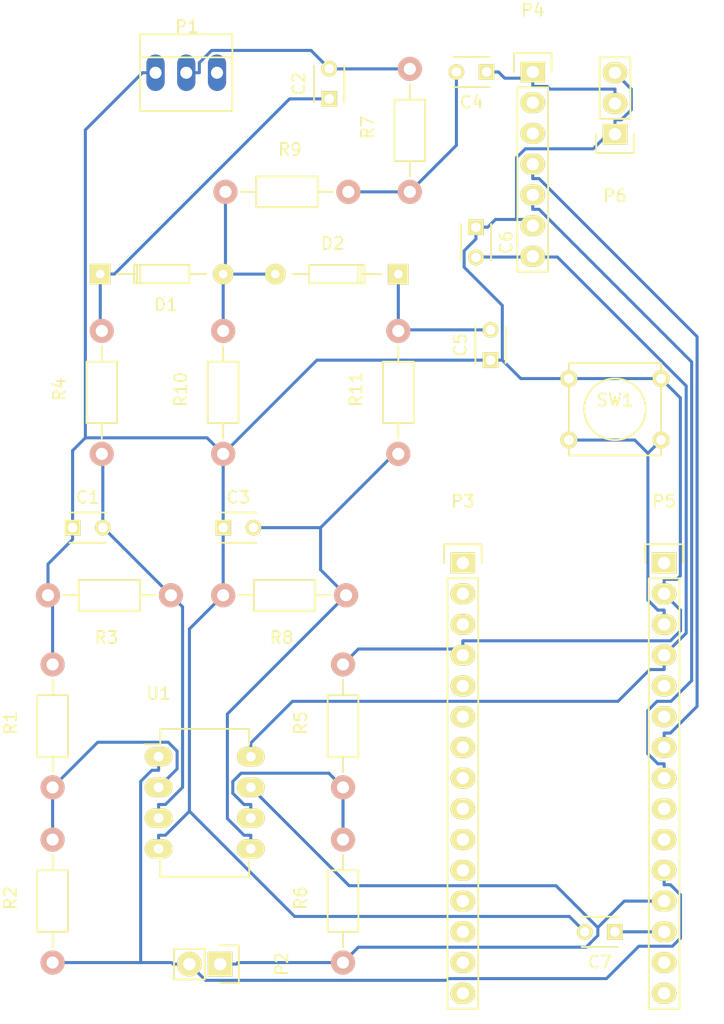
<source format=kicad_pcb>
(kicad_pcb (version 4) (host pcbnew 4.0.2+dfsg1-2~bpo8+1-stable)

  (general
    (links 55)
    (no_connects 0)
    (area 78.05188 66.6095 138.331334 151.666333)
    (thickness 1.6)
    (drawings 0)
    (tracks 198)
    (zones 0)
    (modules 28)
    (nets 42)
  )

  (page A4)
  (layers
    (0 F.Cu signal)
    (31 B.Cu signal)
    (32 B.Adhes user)
    (33 F.Adhes user)
    (34 B.Paste user)
    (35 F.Paste user)
    (36 B.SilkS user)
    (37 F.SilkS user)
    (38 B.Mask user)
    (39 F.Mask user)
    (40 Dwgs.User user)
    (41 Cmts.User user)
    (42 Eco1.User user)
    (43 Eco2.User user)
    (44 Edge.Cuts user)
    (45 Margin user)
    (46 B.CrtYd user)
    (47 F.CrtYd user)
    (48 B.Fab user)
    (49 F.Fab user)
  )

  (setup
    (last_trace_width 0.25)
    (trace_clearance 0.2)
    (zone_clearance 0.508)
    (zone_45_only no)
    (trace_min 0.2)
    (segment_width 0.2)
    (edge_width 0.15)
    (via_size 0.6)
    (via_drill 0.4)
    (via_min_size 0.4)
    (via_min_drill 0.3)
    (uvia_size 0.3)
    (uvia_drill 0.1)
    (uvias_allowed no)
    (uvia_min_size 0.2)
    (uvia_min_drill 0.1)
    (pcb_text_width 0.3)
    (pcb_text_size 1.5 1.5)
    (mod_edge_width 0.15)
    (mod_text_size 1 1)
    (mod_text_width 0.15)
    (pad_size 1.524 1.524)
    (pad_drill 0.762)
    (pad_to_mask_clearance 0.2)
    (aux_axis_origin 0 0)
    (visible_elements FFFFFF7F)
    (pcbplotparams
      (layerselection 0x00030_80000001)
      (usegerberextensions false)
      (excludeedgelayer true)
      (linewidth 0.100000)
      (plotframeref false)
      (viasonmask false)
      (mode 1)
      (useauxorigin false)
      (hpglpennumber 1)
      (hpglpenspeed 20)
      (hpglpendiameter 15)
      (hpglpenoverlay 2)
      (psnegative false)
      (psa4output false)
      (plotreference true)
      (plotvalue true)
      (plotinvisibletext false)
      (padsonsilk false)
      (subtractmaskfromsilk false)
      (outputformat 1)
      (mirror false)
      (drillshape 1)
      (scaleselection 1)
      (outputdirectory ""))
  )

  (net 0 "")
  (net 1 GND)
  (net 2 "Net-(C1-Pad2)")
  (net 3 "Net-(C2-Pad1)")
  (net 4 "Net-(C2-Pad2)")
  (net 5 "Net-(C3-Pad2)")
  (net 6 /CLK0)
  (net 7 "Net-(C4-Pad2)")
  (net 8 "Net-(C5-Pad2)")
  (net 9 +5V)
  (net 10 "Net-(C7-Pad1)")
  (net 11 "Net-(D1-Pad2)")
  (net 12 /A0)
  (net 13 /A1)
  (net 14 "Net-(P3-Pad1)")
  (net 15 "Net-(P3-Pad2)")
  (net 16 "Net-(P3-Pad3)")
  (net 17 "Net-(P3-Pad5)")
  (net 18 "Net-(P3-Pad6)")
  (net 19 "Net-(P3-Pad7)")
  (net 20 "Net-(P3-Pad8)")
  (net 21 "Net-(P3-Pad9)")
  (net 22 "Net-(P3-Pad10)")
  (net 23 "Net-(P3-Pad11)")
  (net 24 "Net-(P3-Pad12)")
  (net 25 "Net-(P3-Pad13)")
  (net 26 "Net-(P3-Pad14)")
  (net 27 "Net-(P3-Pad15)")
  (net 28 /CLK1)
  (net 29 /CLK2)
  (net 30 /SCL)
  (net 31 /SDA)
  (net 32 "Net-(P5-Pad1)")
  (net 33 /RESET)
  (net 34 "Net-(P5-Pad5)")
  (net 35 "Net-(P5-Pad6)")
  (net 36 "Net-(P5-Pad9)")
  (net 37 "Net-(P5-Pad10)")
  (net 38 "Net-(P5-Pad14)")
  (net 39 "Net-(P5-Pad15)")
  (net 40 "Net-(R1-Pad1)")
  (net 41 "Net-(R5-Pad1)")

  (net_class Default "This is the default net class."
    (clearance 0.2)
    (trace_width 0.25)
    (via_dia 0.6)
    (via_drill 0.4)
    (uvia_dia 0.3)
    (uvia_drill 0.1)
    (add_net +5V)
    (add_net /A0)
    (add_net /A1)
    (add_net /CLK0)
    (add_net /CLK1)
    (add_net /CLK2)
    (add_net /RESET)
    (add_net /SCL)
    (add_net /SDA)
    (add_net GND)
    (add_net "Net-(C1-Pad2)")
    (add_net "Net-(C2-Pad1)")
    (add_net "Net-(C2-Pad2)")
    (add_net "Net-(C3-Pad2)")
    (add_net "Net-(C4-Pad2)")
    (add_net "Net-(C5-Pad2)")
    (add_net "Net-(C7-Pad1)")
    (add_net "Net-(D1-Pad2)")
    (add_net "Net-(P3-Pad1)")
    (add_net "Net-(P3-Pad10)")
    (add_net "Net-(P3-Pad11)")
    (add_net "Net-(P3-Pad12)")
    (add_net "Net-(P3-Pad13)")
    (add_net "Net-(P3-Pad14)")
    (add_net "Net-(P3-Pad15)")
    (add_net "Net-(P3-Pad2)")
    (add_net "Net-(P3-Pad3)")
    (add_net "Net-(P3-Pad5)")
    (add_net "Net-(P3-Pad6)")
    (add_net "Net-(P3-Pad7)")
    (add_net "Net-(P3-Pad8)")
    (add_net "Net-(P3-Pad9)")
    (add_net "Net-(P5-Pad1)")
    (add_net "Net-(P5-Pad10)")
    (add_net "Net-(P5-Pad14)")
    (add_net "Net-(P5-Pad15)")
    (add_net "Net-(P5-Pad5)")
    (add_net "Net-(P5-Pad6)")
    (add_net "Net-(P5-Pad9)")
    (add_net "Net-(R1-Pad1)")
    (add_net "Net-(R5-Pad1)")
  )

  (module Connect:PINHEAD1-3 (layer F.Cu) (tedit 57DD8681) (tstamp 57DD845A)
    (at 93.726 72.898)
    (path /57D82265)
    (attr virtual)
    (fp_text reference P1 (at 0.05 -3.8) (layer F.SilkS)
      (effects (font (size 1 1) (thickness 0.15)))
    )
    (fp_text value BNC (at 0 3.81) (layer F.Fab)
      (effects (font (size 1 1) (thickness 0.15)))
    )
    (fp_line (start -3.81 -3.175) (end -3.81 3.175) (layer F.SilkS) (width 0.15))
    (fp_line (start 3.81 -3.175) (end 3.81 3.175) (layer F.SilkS) (width 0.15))
    (fp_line (start 3.81 -1.27) (end -3.81 -1.27) (layer F.SilkS) (width 0.15))
    (fp_line (start -3.81 -3.175) (end 3.81 -3.175) (layer F.SilkS) (width 0.15))
    (fp_line (start 3.81 3.175) (end -3.81 3.175) (layer F.SilkS) (width 0.15))
    (pad 1 thru_hole oval (at 0 0) (size 1.50622 3.01498) (drill 0.99822) (layers *.Cu *.Mask)
      (net 4 "Net-(C2-Pad2)"))
    (pad 2 thru_hole oval (at -2.54 0) (size 1.50622 3.01498) (drill 0.99822) (layers *.Cu *.Mask)
      (net 1 GND))
    (pad 3 thru_hole oval (at 2.54 0) (size 1.50622 3.01498) (drill 0.99822) (layers *.Cu *.Mask))
  )

  (module Capacitors_ThroughHole:C_Disc_D3_P2.5 (layer F.Cu) (tedit 0) (tstamp 57DD82BE)
    (at 84.328 110.49)
    (descr "Capacitor 3mm Disc, Pitch 2.5mm")
    (tags Capacitor)
    (path /57D8211D)
    (fp_text reference C1 (at 1.25 -2.5) (layer F.SilkS)
      (effects (font (size 1 1) (thickness 0.15)))
    )
    (fp_text value 10n (at 1.25 2.5) (layer F.Fab)
      (effects (font (size 1 1) (thickness 0.15)))
    )
    (fp_line (start -0.9 -1.5) (end 3.4 -1.5) (layer F.CrtYd) (width 0.05))
    (fp_line (start 3.4 -1.5) (end 3.4 1.5) (layer F.CrtYd) (width 0.05))
    (fp_line (start 3.4 1.5) (end -0.9 1.5) (layer F.CrtYd) (width 0.05))
    (fp_line (start -0.9 1.5) (end -0.9 -1.5) (layer F.CrtYd) (width 0.05))
    (fp_line (start -0.25 -1.25) (end 2.75 -1.25) (layer F.SilkS) (width 0.15))
    (fp_line (start 2.75 1.25) (end -0.25 1.25) (layer F.SilkS) (width 0.15))
    (pad 1 thru_hole rect (at 0 0) (size 1.3 1.3) (drill 0.8) (layers *.Cu *.Mask F.SilkS)
      (net 1 GND))
    (pad 2 thru_hole circle (at 2.5 0) (size 1.3 1.3) (drill 0.8001) (layers *.Cu *.Mask F.SilkS)
      (net 2 "Net-(C1-Pad2)"))
    (model Capacitors_ThroughHole.3dshapes/C_Disc_D3_P2.5.wrl
      (at (xyz 0.0492126 0 0))
      (scale (xyz 1 1 1))
      (rotate (xyz 0 0 0))
    )
  )

  (module Capacitors_ThroughHole:C_Disc_D3_P2.5 (layer F.Cu) (tedit 0) (tstamp 57DD82C4)
    (at 105.537 75.057 90)
    (descr "Capacitor 3mm Disc, Pitch 2.5mm")
    (tags Capacitor)
    (path /57D81D90)
    (fp_text reference C2 (at 1.25 -2.5 90) (layer F.SilkS)
      (effects (font (size 1 1) (thickness 0.15)))
    )
    (fp_text value 100n (at 1.25 2.5 90) (layer F.Fab)
      (effects (font (size 1 1) (thickness 0.15)))
    )
    (fp_line (start -0.9 -1.5) (end 3.4 -1.5) (layer F.CrtYd) (width 0.05))
    (fp_line (start 3.4 -1.5) (end 3.4 1.5) (layer F.CrtYd) (width 0.05))
    (fp_line (start 3.4 1.5) (end -0.9 1.5) (layer F.CrtYd) (width 0.05))
    (fp_line (start -0.9 1.5) (end -0.9 -1.5) (layer F.CrtYd) (width 0.05))
    (fp_line (start -0.25 -1.25) (end 2.75 -1.25) (layer F.SilkS) (width 0.15))
    (fp_line (start 2.75 1.25) (end -0.25 1.25) (layer F.SilkS) (width 0.15))
    (pad 1 thru_hole rect (at 0 0 90) (size 1.3 1.3) (drill 0.8) (layers *.Cu *.Mask F.SilkS)
      (net 3 "Net-(C2-Pad1)"))
    (pad 2 thru_hole circle (at 2.5 0 90) (size 1.3 1.3) (drill 0.8001) (layers *.Cu *.Mask F.SilkS)
      (net 4 "Net-(C2-Pad2)"))
    (model Capacitors_ThroughHole.3dshapes/C_Disc_D3_P2.5.wrl
      (at (xyz 0.0492126 0 0))
      (scale (xyz 1 1 1))
      (rotate (xyz 0 0 0))
    )
  )

  (module Capacitors_ThroughHole:C_Disc_D3_P2.5 (layer F.Cu) (tedit 0) (tstamp 57DD82CA)
    (at 96.774 110.49)
    (descr "Capacitor 3mm Disc, Pitch 2.5mm")
    (tags Capacitor)
    (path /57D821F7)
    (fp_text reference C3 (at 1.25 -2.5) (layer F.SilkS)
      (effects (font (size 1 1) (thickness 0.15)))
    )
    (fp_text value 10n (at 1.25 2.5) (layer F.Fab)
      (effects (font (size 1 1) (thickness 0.15)))
    )
    (fp_line (start -0.9 -1.5) (end 3.4 -1.5) (layer F.CrtYd) (width 0.05))
    (fp_line (start 3.4 -1.5) (end 3.4 1.5) (layer F.CrtYd) (width 0.05))
    (fp_line (start 3.4 1.5) (end -0.9 1.5) (layer F.CrtYd) (width 0.05))
    (fp_line (start -0.9 1.5) (end -0.9 -1.5) (layer F.CrtYd) (width 0.05))
    (fp_line (start -0.25 -1.25) (end 2.75 -1.25) (layer F.SilkS) (width 0.15))
    (fp_line (start 2.75 1.25) (end -0.25 1.25) (layer F.SilkS) (width 0.15))
    (pad 1 thru_hole rect (at 0 0) (size 1.3 1.3) (drill 0.8) (layers *.Cu *.Mask F.SilkS)
      (net 1 GND))
    (pad 2 thru_hole circle (at 2.5 0) (size 1.3 1.3) (drill 0.8001) (layers *.Cu *.Mask F.SilkS)
      (net 5 "Net-(C3-Pad2)"))
    (model Capacitors_ThroughHole.3dshapes/C_Disc_D3_P2.5.wrl
      (at (xyz 0.0492126 0 0))
      (scale (xyz 1 1 1))
      (rotate (xyz 0 0 0))
    )
  )

  (module Capacitors_ThroughHole:C_Disc_D3_P2.5 (layer F.Cu) (tedit 0) (tstamp 57DD82D0)
    (at 118.554 72.8345 180)
    (descr "Capacitor 3mm Disc, Pitch 2.5mm")
    (tags Capacitor)
    (path /57D81AA8)
    (fp_text reference C4 (at 1.25 -2.5 180) (layer F.SilkS)
      (effects (font (size 1 1) (thickness 0.15)))
    )
    (fp_text value 100n (at 1.25 2.5 180) (layer F.Fab)
      (effects (font (size 1 1) (thickness 0.15)))
    )
    (fp_line (start -0.9 -1.5) (end 3.4 -1.5) (layer F.CrtYd) (width 0.05))
    (fp_line (start 3.4 -1.5) (end 3.4 1.5) (layer F.CrtYd) (width 0.05))
    (fp_line (start 3.4 1.5) (end -0.9 1.5) (layer F.CrtYd) (width 0.05))
    (fp_line (start -0.9 1.5) (end -0.9 -1.5) (layer F.CrtYd) (width 0.05))
    (fp_line (start -0.25 -1.25) (end 2.75 -1.25) (layer F.SilkS) (width 0.15))
    (fp_line (start 2.75 1.25) (end -0.25 1.25) (layer F.SilkS) (width 0.15))
    (pad 1 thru_hole rect (at 0 0 180) (size 1.3 1.3) (drill 0.8) (layers *.Cu *.Mask F.SilkS)
      (net 6 /CLK0))
    (pad 2 thru_hole circle (at 2.5 0 180) (size 1.3 1.3) (drill 0.8001) (layers *.Cu *.Mask F.SilkS)
      (net 7 "Net-(C4-Pad2)"))
    (model Capacitors_ThroughHole.3dshapes/C_Disc_D3_P2.5.wrl
      (at (xyz 0.0492126 0 0))
      (scale (xyz 1 1 1))
      (rotate (xyz 0 0 0))
    )
  )

  (module Capacitors_ThroughHole:C_Disc_D3_P2.5 (layer F.Cu) (tedit 0) (tstamp 57DD82D6)
    (at 118.872 96.647 90)
    (descr "Capacitor 3mm Disc, Pitch 2.5mm")
    (tags Capacitor)
    (path /57D82040)
    (fp_text reference C5 (at 1.25 -2.5 90) (layer F.SilkS)
      (effects (font (size 1 1) (thickness 0.15)))
    )
    (fp_text value 100n (at 1.25 2.5 90) (layer F.Fab)
      (effects (font (size 1 1) (thickness 0.15)))
    )
    (fp_line (start -0.9 -1.5) (end 3.4 -1.5) (layer F.CrtYd) (width 0.05))
    (fp_line (start 3.4 -1.5) (end 3.4 1.5) (layer F.CrtYd) (width 0.05))
    (fp_line (start 3.4 1.5) (end -0.9 1.5) (layer F.CrtYd) (width 0.05))
    (fp_line (start -0.9 1.5) (end -0.9 -1.5) (layer F.CrtYd) (width 0.05))
    (fp_line (start -0.25 -1.25) (end 2.75 -1.25) (layer F.SilkS) (width 0.15))
    (fp_line (start 2.75 1.25) (end -0.25 1.25) (layer F.SilkS) (width 0.15))
    (pad 1 thru_hole rect (at 0 0 90) (size 1.3 1.3) (drill 0.8) (layers *.Cu *.Mask F.SilkS)
      (net 1 GND))
    (pad 2 thru_hole circle (at 2.5 0 90) (size 1.3 1.3) (drill 0.8001) (layers *.Cu *.Mask F.SilkS)
      (net 8 "Net-(C5-Pad2)"))
    (model Capacitors_ThroughHole.3dshapes/C_Disc_D3_P2.5.wrl
      (at (xyz 0.0492126 0 0))
      (scale (xyz 1 1 1))
      (rotate (xyz 0 0 0))
    )
  )

  (module Capacitors_ThroughHole:C_Disc_D3_P2.5 (layer F.Cu) (tedit 0) (tstamp 57DD82DC)
    (at 117.666 85.6615 270)
    (descr "Capacitor 3mm Disc, Pitch 2.5mm")
    (tags Capacitor)
    (path /57D85D32)
    (fp_text reference C6 (at 1.25 -2.5 270) (layer F.SilkS)
      (effects (font (size 1 1) (thickness 0.15)))
    )
    (fp_text value 100n (at 1.25 2.5 270) (layer F.Fab)
      (effects (font (size 1 1) (thickness 0.15)))
    )
    (fp_line (start -0.9 -1.5) (end 3.4 -1.5) (layer F.CrtYd) (width 0.05))
    (fp_line (start 3.4 -1.5) (end 3.4 1.5) (layer F.CrtYd) (width 0.05))
    (fp_line (start 3.4 1.5) (end -0.9 1.5) (layer F.CrtYd) (width 0.05))
    (fp_line (start -0.9 1.5) (end -0.9 -1.5) (layer F.CrtYd) (width 0.05))
    (fp_line (start -0.25 -1.25) (end 2.75 -1.25) (layer F.SilkS) (width 0.15))
    (fp_line (start 2.75 1.25) (end -0.25 1.25) (layer F.SilkS) (width 0.15))
    (pad 1 thru_hole rect (at 0 0 270) (size 1.3 1.3) (drill 0.8) (layers *.Cu *.Mask F.SilkS)
      (net 1 GND))
    (pad 2 thru_hole circle (at 2.5 0 270) (size 1.3 1.3) (drill 0.8001) (layers *.Cu *.Mask F.SilkS)
      (net 9 +5V))
    (model Capacitors_ThroughHole.3dshapes/C_Disc_D3_P2.5.wrl
      (at (xyz 0.0492126 0 0))
      (scale (xyz 1 1 1))
      (rotate (xyz 0 0 0))
    )
  )

  (module Capacitors_ThroughHole:C_Disc_D3_P2.5 (layer F.Cu) (tedit 0) (tstamp 57DD82E2)
    (at 129.159 143.891 180)
    (descr "Capacitor 3mm Disc, Pitch 2.5mm")
    (tags Capacitor)
    (path /57D87F1E)
    (fp_text reference C7 (at 1.25 -2.5 180) (layer F.SilkS)
      (effects (font (size 1 1) (thickness 0.15)))
    )
    (fp_text value 100n (at 1.25 2.5 180) (layer F.Fab)
      (effects (font (size 1 1) (thickness 0.15)))
    )
    (fp_line (start -0.9 -1.5) (end 3.4 -1.5) (layer F.CrtYd) (width 0.05))
    (fp_line (start 3.4 -1.5) (end 3.4 1.5) (layer F.CrtYd) (width 0.05))
    (fp_line (start 3.4 1.5) (end -0.9 1.5) (layer F.CrtYd) (width 0.05))
    (fp_line (start -0.9 1.5) (end -0.9 -1.5) (layer F.CrtYd) (width 0.05))
    (fp_line (start -0.25 -1.25) (end 2.75 -1.25) (layer F.SilkS) (width 0.15))
    (fp_line (start 2.75 1.25) (end -0.25 1.25) (layer F.SilkS) (width 0.15))
    (pad 1 thru_hole rect (at 0 0 180) (size 1.3 1.3) (drill 0.8) (layers *.Cu *.Mask F.SilkS)
      (net 10 "Net-(C7-Pad1)"))
    (pad 2 thru_hole circle (at 2.5 0 180) (size 1.3 1.3) (drill 0.8001) (layers *.Cu *.Mask F.SilkS)
      (net 1 GND))
    (model Capacitors_ThroughHole.3dshapes/C_Disc_D3_P2.5.wrl
      (at (xyz 0.0492126 0 0))
      (scale (xyz 1 1 1))
      (rotate (xyz 0 0 0))
    )
  )

  (module Diodes_ThroughHole:Diode_DO-35_SOD27_Horizontal_RM10 (layer F.Cu) (tedit 552FFC30) (tstamp 57DD82E8)
    (at 86.614 89.535)
    (descr "Diode, DO-35,  SOD27, Horizontal, RM 10mm")
    (tags "Diode, DO-35, SOD27, Horizontal, RM 10mm, 1N4148,")
    (path /57D81E7A)
    (fp_text reference D1 (at 5.43052 2.53746) (layer F.SilkS)
      (effects (font (size 1 1) (thickness 0.15)))
    )
    (fp_text value 1N60 (at 4.41452 -3.55854) (layer F.Fab)
      (effects (font (size 1 1) (thickness 0.15)))
    )
    (fp_line (start 7.36652 -0.00254) (end 8.76352 -0.00254) (layer F.SilkS) (width 0.15))
    (fp_line (start 2.92152 -0.00254) (end 1.39752 -0.00254) (layer F.SilkS) (width 0.15))
    (fp_line (start 3.30252 -0.76454) (end 3.30252 0.75946) (layer F.SilkS) (width 0.15))
    (fp_line (start 3.04852 -0.76454) (end 3.04852 0.75946) (layer F.SilkS) (width 0.15))
    (fp_line (start 2.79452 -0.00254) (end 2.79452 0.75946) (layer F.SilkS) (width 0.15))
    (fp_line (start 2.79452 0.75946) (end 7.36652 0.75946) (layer F.SilkS) (width 0.15))
    (fp_line (start 7.36652 0.75946) (end 7.36652 -0.76454) (layer F.SilkS) (width 0.15))
    (fp_line (start 7.36652 -0.76454) (end 2.79452 -0.76454) (layer F.SilkS) (width 0.15))
    (fp_line (start 2.79452 -0.76454) (end 2.79452 -0.00254) (layer F.SilkS) (width 0.15))
    (pad 2 thru_hole circle (at 10.16052 -0.00254 180) (size 1.69926 1.69926) (drill 0.70104) (layers *.Cu *.Mask F.SilkS)
      (net 11 "Net-(D1-Pad2)"))
    (pad 1 thru_hole rect (at 0.00052 -0.00254 180) (size 1.69926 1.69926) (drill 0.70104) (layers *.Cu *.Mask F.SilkS)
      (net 3 "Net-(C2-Pad1)"))
    (model Diodes_ThroughHole.3dshapes/Diode_DO-35_SOD27_Horizontal_RM10.wrl
      (at (xyz 0.2 0 0))
      (scale (xyz 0.4 0.4 0.4))
      (rotate (xyz 0 0 180))
    )
  )

  (module Diodes_ThroughHole:Diode_DO-35_SOD27_Horizontal_RM10 (layer F.Cu) (tedit 552FFC30) (tstamp 57DD82EE)
    (at 111.252 89.535 180)
    (descr "Diode, DO-35,  SOD27, Horizontal, RM 10mm")
    (tags "Diode, DO-35, SOD27, Horizontal, RM 10mm, 1N4148,")
    (path /57D81FC0)
    (fp_text reference D2 (at 5.43052 2.53746 180) (layer F.SilkS)
      (effects (font (size 1 1) (thickness 0.15)))
    )
    (fp_text value 1N60 (at 4.41452 -3.55854 180) (layer F.Fab)
      (effects (font (size 1 1) (thickness 0.15)))
    )
    (fp_line (start 7.36652 -0.00254) (end 8.76352 -0.00254) (layer F.SilkS) (width 0.15))
    (fp_line (start 2.92152 -0.00254) (end 1.39752 -0.00254) (layer F.SilkS) (width 0.15))
    (fp_line (start 3.30252 -0.76454) (end 3.30252 0.75946) (layer F.SilkS) (width 0.15))
    (fp_line (start 3.04852 -0.76454) (end 3.04852 0.75946) (layer F.SilkS) (width 0.15))
    (fp_line (start 2.79452 -0.00254) (end 2.79452 0.75946) (layer F.SilkS) (width 0.15))
    (fp_line (start 2.79452 0.75946) (end 7.36652 0.75946) (layer F.SilkS) (width 0.15))
    (fp_line (start 7.36652 0.75946) (end 7.36652 -0.76454) (layer F.SilkS) (width 0.15))
    (fp_line (start 7.36652 -0.76454) (end 2.79452 -0.76454) (layer F.SilkS) (width 0.15))
    (fp_line (start 2.79452 -0.76454) (end 2.79452 -0.00254) (layer F.SilkS) (width 0.15))
    (pad 2 thru_hole circle (at 10.16052 -0.00254) (size 1.69926 1.69926) (drill 0.70104) (layers *.Cu *.Mask F.SilkS)
      (net 11 "Net-(D1-Pad2)"))
    (pad 1 thru_hole rect (at 0.00052 -0.00254) (size 1.69926 1.69926) (drill 0.70104) (layers *.Cu *.Mask F.SilkS)
      (net 8 "Net-(C5-Pad2)"))
    (model Diodes_ThroughHole.3dshapes/Diode_DO-35_SOD27_Horizontal_RM10.wrl
      (at (xyz 0.2 0 0))
      (scale (xyz 0.4 0.4 0.4))
      (rotate (xyz 0 0 180))
    )
  )

  (module Resistors_ThroughHole:Resistor_Horizontal_RM10mm (layer F.Cu) (tedit 56648415) (tstamp 57DD833A)
    (at 82.677 131.953 90)
    (descr "Resistor, Axial,  RM 10mm, 1/3W")
    (tags "Resistor Axial RM 10mm 1/3W")
    (path /57D817F0)
    (fp_text reference R1 (at 5.32892 -3.50012 90) (layer F.SilkS)
      (effects (font (size 1 1) (thickness 0.15)))
    )
    (fp_text value 680 (at 5.08 3.81 90) (layer F.Fab)
      (effects (font (size 1 1) (thickness 0.15)))
    )
    (fp_line (start -1.25 -1.5) (end 11.4 -1.5) (layer F.CrtYd) (width 0.05))
    (fp_line (start -1.25 1.5) (end -1.25 -1.5) (layer F.CrtYd) (width 0.05))
    (fp_line (start 11.4 -1.5) (end 11.4 1.5) (layer F.CrtYd) (width 0.05))
    (fp_line (start -1.25 1.5) (end 11.4 1.5) (layer F.CrtYd) (width 0.05))
    (fp_line (start 2.54 -1.27) (end 7.62 -1.27) (layer F.SilkS) (width 0.15))
    (fp_line (start 7.62 -1.27) (end 7.62 1.27) (layer F.SilkS) (width 0.15))
    (fp_line (start 7.62 1.27) (end 2.54 1.27) (layer F.SilkS) (width 0.15))
    (fp_line (start 2.54 1.27) (end 2.54 -1.27) (layer F.SilkS) (width 0.15))
    (fp_line (start 2.54 0) (end 1.27 0) (layer F.SilkS) (width 0.15))
    (fp_line (start 7.62 0) (end 8.89 0) (layer F.SilkS) (width 0.15))
    (pad 1 thru_hole circle (at 0 0 90) (size 1.99898 1.99898) (drill 1.00076) (layers *.Cu *.SilkS *.Mask)
      (net 40 "Net-(R1-Pad1)"))
    (pad 2 thru_hole circle (at 10.16 0 90) (size 1.99898 1.99898) (drill 1.00076) (layers *.Cu *.SilkS *.Mask)
      (net 1 GND))
    (model Resistors_ThroughHole.3dshapes/Resistor_Horizontal_RM10mm.wrl
      (at (xyz 0 0 0))
      (scale (xyz 0.4 0.4 0.4))
      (rotate (xyz 0 0 0))
    )
  )

  (module Resistors_ThroughHole:Resistor_Horizontal_RM10mm (layer F.Cu) (tedit 56648415) (tstamp 57DD8340)
    (at 82.677 146.431 90)
    (descr "Resistor, Axial,  RM 10mm, 1/3W")
    (tags "Resistor Axial RM 10mm 1/3W")
    (path /57D8194B)
    (fp_text reference R2 (at 5.32892 -3.50012 90) (layer F.SilkS)
      (effects (font (size 1 1) (thickness 0.15)))
    )
    (fp_text value 6k8 (at 5.08 3.81 90) (layer F.Fab)
      (effects (font (size 1 1) (thickness 0.15)))
    )
    (fp_line (start -1.25 -1.5) (end 11.4 -1.5) (layer F.CrtYd) (width 0.05))
    (fp_line (start -1.25 1.5) (end -1.25 -1.5) (layer F.CrtYd) (width 0.05))
    (fp_line (start 11.4 -1.5) (end 11.4 1.5) (layer F.CrtYd) (width 0.05))
    (fp_line (start -1.25 1.5) (end 11.4 1.5) (layer F.CrtYd) (width 0.05))
    (fp_line (start 2.54 -1.27) (end 7.62 -1.27) (layer F.SilkS) (width 0.15))
    (fp_line (start 7.62 -1.27) (end 7.62 1.27) (layer F.SilkS) (width 0.15))
    (fp_line (start 7.62 1.27) (end 2.54 1.27) (layer F.SilkS) (width 0.15))
    (fp_line (start 2.54 1.27) (end 2.54 -1.27) (layer F.SilkS) (width 0.15))
    (fp_line (start 2.54 0) (end 1.27 0) (layer F.SilkS) (width 0.15))
    (fp_line (start 7.62 0) (end 8.89 0) (layer F.SilkS) (width 0.15))
    (pad 1 thru_hole circle (at 0 0 90) (size 1.99898 1.99898) (drill 1.00076) (layers *.Cu *.SilkS *.Mask)
      (net 13 /A1))
    (pad 2 thru_hole circle (at 10.16 0 90) (size 1.99898 1.99898) (drill 1.00076) (layers *.Cu *.SilkS *.Mask)
      (net 40 "Net-(R1-Pad1)"))
    (model Resistors_ThroughHole.3dshapes/Resistor_Horizontal_RM10mm.wrl
      (at (xyz 0 0 0))
      (scale (xyz 0.4 0.4 0.4))
      (rotate (xyz 0 0 0))
    )
  )

  (module Resistors_ThroughHole:Resistor_Horizontal_RM10mm (layer F.Cu) (tedit 56648415) (tstamp 57DD8346)
    (at 92.456 116.078 180)
    (descr "Resistor, Axial,  RM 10mm, 1/3W")
    (tags "Resistor Axial RM 10mm 1/3W")
    (path /57D81651)
    (fp_text reference R3 (at 5.32892 -3.50012 180) (layer F.SilkS)
      (effects (font (size 1 1) (thickness 0.15)))
    )
    (fp_text value 100k (at 5.08 3.81 180) (layer F.Fab)
      (effects (font (size 1 1) (thickness 0.15)))
    )
    (fp_line (start -1.25 -1.5) (end 11.4 -1.5) (layer F.CrtYd) (width 0.05))
    (fp_line (start -1.25 1.5) (end -1.25 -1.5) (layer F.CrtYd) (width 0.05))
    (fp_line (start 11.4 -1.5) (end 11.4 1.5) (layer F.CrtYd) (width 0.05))
    (fp_line (start -1.25 1.5) (end 11.4 1.5) (layer F.CrtYd) (width 0.05))
    (fp_line (start 2.54 -1.27) (end 7.62 -1.27) (layer F.SilkS) (width 0.15))
    (fp_line (start 7.62 -1.27) (end 7.62 1.27) (layer F.SilkS) (width 0.15))
    (fp_line (start 7.62 1.27) (end 2.54 1.27) (layer F.SilkS) (width 0.15))
    (fp_line (start 2.54 1.27) (end 2.54 -1.27) (layer F.SilkS) (width 0.15))
    (fp_line (start 2.54 0) (end 1.27 0) (layer F.SilkS) (width 0.15))
    (fp_line (start 7.62 0) (end 8.89 0) (layer F.SilkS) (width 0.15))
    (pad 1 thru_hole circle (at 0 0 180) (size 1.99898 1.99898) (drill 1.00076) (layers *.Cu *.SilkS *.Mask)
      (net 2 "Net-(C1-Pad2)"))
    (pad 2 thru_hole circle (at 10.16 0 180) (size 1.99898 1.99898) (drill 1.00076) (layers *.Cu *.SilkS *.Mask)
      (net 1 GND))
    (model Resistors_ThroughHole.3dshapes/Resistor_Horizontal_RM10mm.wrl
      (at (xyz 0 0 0))
      (scale (xyz 0.4 0.4 0.4))
      (rotate (xyz 0 0 0))
    )
  )

  (module Resistors_ThroughHole:Resistor_Horizontal_RM10mm (layer F.Cu) (tedit 56648415) (tstamp 57DD834C)
    (at 86.741 104.394 90)
    (descr "Resistor, Axial,  RM 10mm, 1/3W")
    (tags "Resistor Axial RM 10mm 1/3W")
    (path /57D8156D)
    (fp_text reference R4 (at 5.32892 -3.50012 90) (layer F.SilkS)
      (effects (font (size 1 1) (thickness 0.15)))
    )
    (fp_text value 10k (at 5.08 3.81 90) (layer F.Fab)
      (effects (font (size 1 1) (thickness 0.15)))
    )
    (fp_line (start -1.25 -1.5) (end 11.4 -1.5) (layer F.CrtYd) (width 0.05))
    (fp_line (start -1.25 1.5) (end -1.25 -1.5) (layer F.CrtYd) (width 0.05))
    (fp_line (start 11.4 -1.5) (end 11.4 1.5) (layer F.CrtYd) (width 0.05))
    (fp_line (start -1.25 1.5) (end 11.4 1.5) (layer F.CrtYd) (width 0.05))
    (fp_line (start 2.54 -1.27) (end 7.62 -1.27) (layer F.SilkS) (width 0.15))
    (fp_line (start 7.62 -1.27) (end 7.62 1.27) (layer F.SilkS) (width 0.15))
    (fp_line (start 7.62 1.27) (end 2.54 1.27) (layer F.SilkS) (width 0.15))
    (fp_line (start 2.54 1.27) (end 2.54 -1.27) (layer F.SilkS) (width 0.15))
    (fp_line (start 2.54 0) (end 1.27 0) (layer F.SilkS) (width 0.15))
    (fp_line (start 7.62 0) (end 8.89 0) (layer F.SilkS) (width 0.15))
    (pad 1 thru_hole circle (at 0 0 90) (size 1.99898 1.99898) (drill 1.00076) (layers *.Cu *.SilkS *.Mask)
      (net 2 "Net-(C1-Pad2)"))
    (pad 2 thru_hole circle (at 10.16 0 90) (size 1.99898 1.99898) (drill 1.00076) (layers *.Cu *.SilkS *.Mask)
      (net 3 "Net-(C2-Pad1)"))
    (model Resistors_ThroughHole.3dshapes/Resistor_Horizontal_RM10mm.wrl
      (at (xyz 0 0 0))
      (scale (xyz 0.4 0.4 0.4))
      (rotate (xyz 0 0 0))
    )
  )

  (module Resistors_ThroughHole:Resistor_Horizontal_RM10mm (layer F.Cu) (tedit 56648415) (tstamp 57DD8352)
    (at 106.68 131.953 90)
    (descr "Resistor, Axial,  RM 10mm, 1/3W")
    (tags "Resistor Axial RM 10mm 1/3W")
    (path /57D81862)
    (fp_text reference R5 (at 5.32892 -3.50012 90) (layer F.SilkS)
      (effects (font (size 1 1) (thickness 0.15)))
    )
    (fp_text value 680 (at 5.08 3.81 90) (layer F.Fab)
      (effects (font (size 1 1) (thickness 0.15)))
    )
    (fp_line (start -1.25 -1.5) (end 11.4 -1.5) (layer F.CrtYd) (width 0.05))
    (fp_line (start -1.25 1.5) (end -1.25 -1.5) (layer F.CrtYd) (width 0.05))
    (fp_line (start 11.4 -1.5) (end 11.4 1.5) (layer F.CrtYd) (width 0.05))
    (fp_line (start -1.25 1.5) (end 11.4 1.5) (layer F.CrtYd) (width 0.05))
    (fp_line (start 2.54 -1.27) (end 7.62 -1.27) (layer F.SilkS) (width 0.15))
    (fp_line (start 7.62 -1.27) (end 7.62 1.27) (layer F.SilkS) (width 0.15))
    (fp_line (start 7.62 1.27) (end 2.54 1.27) (layer F.SilkS) (width 0.15))
    (fp_line (start 2.54 1.27) (end 2.54 -1.27) (layer F.SilkS) (width 0.15))
    (fp_line (start 2.54 0) (end 1.27 0) (layer F.SilkS) (width 0.15))
    (fp_line (start 7.62 0) (end 8.89 0) (layer F.SilkS) (width 0.15))
    (pad 1 thru_hole circle (at 0 0 90) (size 1.99898 1.99898) (drill 1.00076) (layers *.Cu *.SilkS *.Mask)
      (net 41 "Net-(R5-Pad1)"))
    (pad 2 thru_hole circle (at 10.16 0 90) (size 1.99898 1.99898) (drill 1.00076) (layers *.Cu *.SilkS *.Mask)
      (net 1 GND))
    (model Resistors_ThroughHole.3dshapes/Resistor_Horizontal_RM10mm.wrl
      (at (xyz 0 0 0))
      (scale (xyz 0.4 0.4 0.4))
      (rotate (xyz 0 0 0))
    )
  )

  (module Resistors_ThroughHole:Resistor_Horizontal_RM10mm (layer F.Cu) (tedit 56648415) (tstamp 57DD8358)
    (at 106.68 146.431 90)
    (descr "Resistor, Axial,  RM 10mm, 1/3W")
    (tags "Resistor Axial RM 10mm 1/3W")
    (path /57D818FD)
    (fp_text reference R6 (at 5.32892 -3.50012 90) (layer F.SilkS)
      (effects (font (size 1 1) (thickness 0.15)))
    )
    (fp_text value 6k8 (at 5.08 3.81 90) (layer F.Fab)
      (effects (font (size 1 1) (thickness 0.15)))
    )
    (fp_line (start -1.25 -1.5) (end 11.4 -1.5) (layer F.CrtYd) (width 0.05))
    (fp_line (start -1.25 1.5) (end -1.25 -1.5) (layer F.CrtYd) (width 0.05))
    (fp_line (start 11.4 -1.5) (end 11.4 1.5) (layer F.CrtYd) (width 0.05))
    (fp_line (start -1.25 1.5) (end 11.4 1.5) (layer F.CrtYd) (width 0.05))
    (fp_line (start 2.54 -1.27) (end 7.62 -1.27) (layer F.SilkS) (width 0.15))
    (fp_line (start 7.62 -1.27) (end 7.62 1.27) (layer F.SilkS) (width 0.15))
    (fp_line (start 7.62 1.27) (end 2.54 1.27) (layer F.SilkS) (width 0.15))
    (fp_line (start 2.54 1.27) (end 2.54 -1.27) (layer F.SilkS) (width 0.15))
    (fp_line (start 2.54 0) (end 1.27 0) (layer F.SilkS) (width 0.15))
    (fp_line (start 7.62 0) (end 8.89 0) (layer F.SilkS) (width 0.15))
    (pad 1 thru_hole circle (at 0 0 90) (size 1.99898 1.99898) (drill 1.00076) (layers *.Cu *.SilkS *.Mask)
      (net 12 /A0))
    (pad 2 thru_hole circle (at 10.16 0 90) (size 1.99898 1.99898) (drill 1.00076) (layers *.Cu *.SilkS *.Mask)
      (net 41 "Net-(R5-Pad1)"))
    (model Resistors_ThroughHole.3dshapes/Resistor_Horizontal_RM10mm.wrl
      (at (xyz 0 0 0))
      (scale (xyz 0.4 0.4 0.4))
      (rotate (xyz 0 0 0))
    )
  )

  (module Resistors_ThroughHole:Resistor_Horizontal_RM10mm (layer F.Cu) (tedit 56648415) (tstamp 57DD835E)
    (at 112.204 82.7405 90)
    (descr "Resistor, Axial,  RM 10mm, 1/3W")
    (tags "Resistor Axial RM 10mm 1/3W")
    (path /57D81418)
    (fp_text reference R7 (at 5.32892 -3.50012 90) (layer F.SilkS)
      (effects (font (size 1 1) (thickness 0.15)))
    )
    (fp_text value 50 (at 5.08 3.81 90) (layer F.Fab)
      (effects (font (size 1 1) (thickness 0.15)))
    )
    (fp_line (start -1.25 -1.5) (end 11.4 -1.5) (layer F.CrtYd) (width 0.05))
    (fp_line (start -1.25 1.5) (end -1.25 -1.5) (layer F.CrtYd) (width 0.05))
    (fp_line (start 11.4 -1.5) (end 11.4 1.5) (layer F.CrtYd) (width 0.05))
    (fp_line (start -1.25 1.5) (end 11.4 1.5) (layer F.CrtYd) (width 0.05))
    (fp_line (start 2.54 -1.27) (end 7.62 -1.27) (layer F.SilkS) (width 0.15))
    (fp_line (start 7.62 -1.27) (end 7.62 1.27) (layer F.SilkS) (width 0.15))
    (fp_line (start 7.62 1.27) (end 2.54 1.27) (layer F.SilkS) (width 0.15))
    (fp_line (start 2.54 1.27) (end 2.54 -1.27) (layer F.SilkS) (width 0.15))
    (fp_line (start 2.54 0) (end 1.27 0) (layer F.SilkS) (width 0.15))
    (fp_line (start 7.62 0) (end 8.89 0) (layer F.SilkS) (width 0.15))
    (pad 1 thru_hole circle (at 0 0 90) (size 1.99898 1.99898) (drill 1.00076) (layers *.Cu *.SilkS *.Mask)
      (net 7 "Net-(C4-Pad2)"))
    (pad 2 thru_hole circle (at 10.16 0 90) (size 1.99898 1.99898) (drill 1.00076) (layers *.Cu *.SilkS *.Mask)
      (net 4 "Net-(C2-Pad2)"))
    (model Resistors_ThroughHole.3dshapes/Resistor_Horizontal_RM10mm.wrl
      (at (xyz 0 0 0))
      (scale (xyz 0.4 0.4 0.4))
      (rotate (xyz 0 0 0))
    )
  )

  (module Resistors_ThroughHole:Resistor_Horizontal_RM10mm (layer F.Cu) (tedit 56648415) (tstamp 57DD8364)
    (at 106.934 116.078 180)
    (descr "Resistor, Axial,  RM 10mm, 1/3W")
    (tags "Resistor Axial RM 10mm 1/3W")
    (path /57D81777)
    (fp_text reference R8 (at 5.32892 -3.50012 180) (layer F.SilkS)
      (effects (font (size 1 1) (thickness 0.15)))
    )
    (fp_text value 100k (at 5.08 3.81 180) (layer F.Fab)
      (effects (font (size 1 1) (thickness 0.15)))
    )
    (fp_line (start -1.25 -1.5) (end 11.4 -1.5) (layer F.CrtYd) (width 0.05))
    (fp_line (start -1.25 1.5) (end -1.25 -1.5) (layer F.CrtYd) (width 0.05))
    (fp_line (start 11.4 -1.5) (end 11.4 1.5) (layer F.CrtYd) (width 0.05))
    (fp_line (start -1.25 1.5) (end 11.4 1.5) (layer F.CrtYd) (width 0.05))
    (fp_line (start 2.54 -1.27) (end 7.62 -1.27) (layer F.SilkS) (width 0.15))
    (fp_line (start 7.62 -1.27) (end 7.62 1.27) (layer F.SilkS) (width 0.15))
    (fp_line (start 7.62 1.27) (end 2.54 1.27) (layer F.SilkS) (width 0.15))
    (fp_line (start 2.54 1.27) (end 2.54 -1.27) (layer F.SilkS) (width 0.15))
    (fp_line (start 2.54 0) (end 1.27 0) (layer F.SilkS) (width 0.15))
    (fp_line (start 7.62 0) (end 8.89 0) (layer F.SilkS) (width 0.15))
    (pad 1 thru_hole circle (at 0 0 180) (size 1.99898 1.99898) (drill 1.00076) (layers *.Cu *.SilkS *.Mask)
      (net 5 "Net-(C3-Pad2)"))
    (pad 2 thru_hole circle (at 10.16 0 180) (size 1.99898 1.99898) (drill 1.00076) (layers *.Cu *.SilkS *.Mask)
      (net 1 GND))
    (model Resistors_ThroughHole.3dshapes/Resistor_Horizontal_RM10mm.wrl
      (at (xyz 0 0 0))
      (scale (xyz 0.4 0.4 0.4))
      (rotate (xyz 0 0 0))
    )
  )

  (module Resistors_ThroughHole:Resistor_Horizontal_RM10mm (layer F.Cu) (tedit 56648415) (tstamp 57DD836A)
    (at 96.9645 82.7405)
    (descr "Resistor, Axial,  RM 10mm, 1/3W")
    (tags "Resistor Axial RM 10mm 1/3W")
    (path /57D814B0)
    (fp_text reference R9 (at 5.32892 -3.50012) (layer F.SilkS)
      (effects (font (size 1 1) (thickness 0.15)))
    )
    (fp_text value 50 (at 5.08 3.81) (layer F.Fab)
      (effects (font (size 1 1) (thickness 0.15)))
    )
    (fp_line (start -1.25 -1.5) (end 11.4 -1.5) (layer F.CrtYd) (width 0.05))
    (fp_line (start -1.25 1.5) (end -1.25 -1.5) (layer F.CrtYd) (width 0.05))
    (fp_line (start 11.4 -1.5) (end 11.4 1.5) (layer F.CrtYd) (width 0.05))
    (fp_line (start -1.25 1.5) (end 11.4 1.5) (layer F.CrtYd) (width 0.05))
    (fp_line (start 2.54 -1.27) (end 7.62 -1.27) (layer F.SilkS) (width 0.15))
    (fp_line (start 7.62 -1.27) (end 7.62 1.27) (layer F.SilkS) (width 0.15))
    (fp_line (start 7.62 1.27) (end 2.54 1.27) (layer F.SilkS) (width 0.15))
    (fp_line (start 2.54 1.27) (end 2.54 -1.27) (layer F.SilkS) (width 0.15))
    (fp_line (start 2.54 0) (end 1.27 0) (layer F.SilkS) (width 0.15))
    (fp_line (start 7.62 0) (end 8.89 0) (layer F.SilkS) (width 0.15))
    (pad 1 thru_hole circle (at 0 0) (size 1.99898 1.99898) (drill 1.00076) (layers *.Cu *.SilkS *.Mask)
      (net 11 "Net-(D1-Pad2)"))
    (pad 2 thru_hole circle (at 10.16 0) (size 1.99898 1.99898) (drill 1.00076) (layers *.Cu *.SilkS *.Mask)
      (net 7 "Net-(C4-Pad2)"))
    (model Resistors_ThroughHole.3dshapes/Resistor_Horizontal_RM10mm.wrl
      (at (xyz 0 0 0))
      (scale (xyz 0.4 0.4 0.4))
      (rotate (xyz 0 0 0))
    )
  )

  (module Resistors_ThroughHole:Resistor_Horizontal_RM10mm (layer F.Cu) (tedit 56648415) (tstamp 57DD8370)
    (at 96.774 104.394 90)
    (descr "Resistor, Axial,  RM 10mm, 1/3W")
    (tags "Resistor Axial RM 10mm 1/3W")
    (path /57D814EE)
    (fp_text reference R10 (at 5.32892 -3.50012 90) (layer F.SilkS)
      (effects (font (size 1 1) (thickness 0.15)))
    )
    (fp_text value 50 (at 5.08 3.81 90) (layer F.Fab)
      (effects (font (size 1 1) (thickness 0.15)))
    )
    (fp_line (start -1.25 -1.5) (end 11.4 -1.5) (layer F.CrtYd) (width 0.05))
    (fp_line (start -1.25 1.5) (end -1.25 -1.5) (layer F.CrtYd) (width 0.05))
    (fp_line (start 11.4 -1.5) (end 11.4 1.5) (layer F.CrtYd) (width 0.05))
    (fp_line (start -1.25 1.5) (end 11.4 1.5) (layer F.CrtYd) (width 0.05))
    (fp_line (start 2.54 -1.27) (end 7.62 -1.27) (layer F.SilkS) (width 0.15))
    (fp_line (start 7.62 -1.27) (end 7.62 1.27) (layer F.SilkS) (width 0.15))
    (fp_line (start 7.62 1.27) (end 2.54 1.27) (layer F.SilkS) (width 0.15))
    (fp_line (start 2.54 1.27) (end 2.54 -1.27) (layer F.SilkS) (width 0.15))
    (fp_line (start 2.54 0) (end 1.27 0) (layer F.SilkS) (width 0.15))
    (fp_line (start 7.62 0) (end 8.89 0) (layer F.SilkS) (width 0.15))
    (pad 1 thru_hole circle (at 0 0 90) (size 1.99898 1.99898) (drill 1.00076) (layers *.Cu *.SilkS *.Mask)
      (net 1 GND))
    (pad 2 thru_hole circle (at 10.16 0 90) (size 1.99898 1.99898) (drill 1.00076) (layers *.Cu *.SilkS *.Mask)
      (net 11 "Net-(D1-Pad2)"))
    (model Resistors_ThroughHole.3dshapes/Resistor_Horizontal_RM10mm.wrl
      (at (xyz 0 0 0))
      (scale (xyz 0.4 0.4 0.4))
      (rotate (xyz 0 0 0))
    )
  )

  (module Resistors_ThroughHole:Resistor_Horizontal_RM10mm (layer F.Cu) (tedit 56648415) (tstamp 57DD8376)
    (at 111.252 104.394 90)
    (descr "Resistor, Axial,  RM 10mm, 1/3W")
    (tags "Resistor Axial RM 10mm 1/3W")
    (path /57D815CB)
    (fp_text reference R11 (at 5.32892 -3.50012 90) (layer F.SilkS)
      (effects (font (size 1 1) (thickness 0.15)))
    )
    (fp_text value 10k (at 5.08 3.81 90) (layer F.Fab)
      (effects (font (size 1 1) (thickness 0.15)))
    )
    (fp_line (start -1.25 -1.5) (end 11.4 -1.5) (layer F.CrtYd) (width 0.05))
    (fp_line (start -1.25 1.5) (end -1.25 -1.5) (layer F.CrtYd) (width 0.05))
    (fp_line (start 11.4 -1.5) (end 11.4 1.5) (layer F.CrtYd) (width 0.05))
    (fp_line (start -1.25 1.5) (end 11.4 1.5) (layer F.CrtYd) (width 0.05))
    (fp_line (start 2.54 -1.27) (end 7.62 -1.27) (layer F.SilkS) (width 0.15))
    (fp_line (start 7.62 -1.27) (end 7.62 1.27) (layer F.SilkS) (width 0.15))
    (fp_line (start 7.62 1.27) (end 2.54 1.27) (layer F.SilkS) (width 0.15))
    (fp_line (start 2.54 1.27) (end 2.54 -1.27) (layer F.SilkS) (width 0.15))
    (fp_line (start 2.54 0) (end 1.27 0) (layer F.SilkS) (width 0.15))
    (fp_line (start 7.62 0) (end 8.89 0) (layer F.SilkS) (width 0.15))
    (pad 1 thru_hole circle (at 0 0 90) (size 1.99898 1.99898) (drill 1.00076) (layers *.Cu *.SilkS *.Mask)
      (net 5 "Net-(C3-Pad2)"))
    (pad 2 thru_hole circle (at 10.16 0 90) (size 1.99898 1.99898) (drill 1.00076) (layers *.Cu *.SilkS *.Mask)
      (net 8 "Net-(C5-Pad2)"))
    (model Resistors_ThroughHole.3dshapes/Resistor_Horizontal_RM10mm.wrl
      (at (xyz 0 0 0))
      (scale (xyz 0.4 0.4 0.4))
      (rotate (xyz 0 0 0))
    )
  )

  (module Buttons_Switches_ThroughHole:SW_PUSH_SMALL (layer F.Cu) (tedit 0) (tstamp 57DD837E)
    (at 129.159 100.711)
    (path /57D8B330)
    (fp_text reference SW1 (at 0 -0.762) (layer F.SilkS)
      (effects (font (size 1 1) (thickness 0.15)))
    )
    (fp_text value SW_PUSH (at 0 1.016) (layer F.Fab)
      (effects (font (size 1 1) (thickness 0.15)))
    )
    (fp_circle (center 0 0) (end 0 -2.54) (layer F.SilkS) (width 0.15))
    (fp_line (start -3.81 -3.81) (end 3.81 -3.81) (layer F.SilkS) (width 0.15))
    (fp_line (start 3.81 -3.81) (end 3.81 3.81) (layer F.SilkS) (width 0.15))
    (fp_line (start 3.81 3.81) (end -3.81 3.81) (layer F.SilkS) (width 0.15))
    (fp_line (start -3.81 -3.81) (end -3.81 3.81) (layer F.SilkS) (width 0.15))
    (pad 1 thru_hole circle (at 3.81 -2.54) (size 1.397 1.397) (drill 0.8128) (layers *.Cu *.Mask F.SilkS)
      (net 1 GND))
    (pad 2 thru_hole circle (at 3.81 2.54) (size 1.397 1.397) (drill 0.8128) (layers *.Cu *.Mask F.SilkS)
      (net 33 /RESET))
    (pad 1 thru_hole circle (at -3.81 -2.54) (size 1.397 1.397) (drill 0.8128) (layers *.Cu *.Mask F.SilkS)
      (net 1 GND))
    (pad 2 thru_hole circle (at -3.81 2.54) (size 1.397 1.397) (drill 0.8128) (layers *.Cu *.Mask F.SilkS)
      (net 33 /RESET))
  )

  (module Housings_DIP:DIP-8_W7.62mm_LongPads (layer F.Cu) (tedit 54130A77) (tstamp 57DD838A)
    (at 91.44 129.413)
    (descr "8-lead dip package, row spacing 7.62 mm (300 mils), longer pads")
    (tags "dil dip 2.54 300")
    (path /57D88C5F)
    (fp_text reference U1 (at 0 -5.22) (layer F.SilkS)
      (effects (font (size 1 1) (thickness 0.15)))
    )
    (fp_text value MCP6002 (at 0 -3.72) (layer F.Fab)
      (effects (font (size 1 1) (thickness 0.15)))
    )
    (fp_line (start -1.4 -2.45) (end -1.4 10.1) (layer F.CrtYd) (width 0.05))
    (fp_line (start 9 -2.45) (end 9 10.1) (layer F.CrtYd) (width 0.05))
    (fp_line (start -1.4 -2.45) (end 9 -2.45) (layer F.CrtYd) (width 0.05))
    (fp_line (start -1.4 10.1) (end 9 10.1) (layer F.CrtYd) (width 0.05))
    (fp_line (start 0.135 -2.295) (end 0.135 -1.025) (layer F.SilkS) (width 0.15))
    (fp_line (start 7.485 -2.295) (end 7.485 -1.025) (layer F.SilkS) (width 0.15))
    (fp_line (start 7.485 9.915) (end 7.485 8.645) (layer F.SilkS) (width 0.15))
    (fp_line (start 0.135 9.915) (end 0.135 8.645) (layer F.SilkS) (width 0.15))
    (fp_line (start 0.135 -2.295) (end 7.485 -2.295) (layer F.SilkS) (width 0.15))
    (fp_line (start 0.135 9.915) (end 7.485 9.915) (layer F.SilkS) (width 0.15))
    (fp_line (start 0.135 -1.025) (end -1.15 -1.025) (layer F.SilkS) (width 0.15))
    (pad 1 thru_hole oval (at 0 0) (size 2.3 1.6) (drill 0.8) (layers *.Cu *.Mask F.SilkS)
      (net 13 /A1))
    (pad 2 thru_hole oval (at 0 2.54) (size 2.3 1.6) (drill 0.8) (layers *.Cu *.Mask F.SilkS)
      (net 40 "Net-(R1-Pad1)"))
    (pad 3 thru_hole oval (at 0 5.08) (size 2.3 1.6) (drill 0.8) (layers *.Cu *.Mask F.SilkS)
      (net 2 "Net-(C1-Pad2)"))
    (pad 4 thru_hole oval (at 0 7.62) (size 2.3 1.6) (drill 0.8) (layers *.Cu *.Mask F.SilkS)
      (net 1 GND))
    (pad 5 thru_hole oval (at 7.62 7.62) (size 2.3 1.6) (drill 0.8) (layers *.Cu *.Mask F.SilkS)
      (net 5 "Net-(C3-Pad2)"))
    (pad 6 thru_hole oval (at 7.62 5.08) (size 2.3 1.6) (drill 0.8) (layers *.Cu *.Mask F.SilkS)
      (net 41 "Net-(R5-Pad1)"))
    (pad 7 thru_hole oval (at 7.62 2.54) (size 2.3 1.6) (drill 0.8) (layers *.Cu *.Mask F.SilkS)
      (net 12 /A0))
    (pad 8 thru_hole oval (at 7.62 0) (size 2.3 1.6) (drill 0.8) (layers *.Cu *.Mask F.SilkS)
      (net 9 +5V))
    (model Housings_DIP.3dshapes/DIP-8_W7.62mm_LongPads.wrl
      (at (xyz 0 0 0))
      (scale (xyz 1 1 1))
      (rotate (xyz 0 0 0))
    )
  )

  (module Pin_Headers:Pin_Header_Straight_1x02 (layer F.Cu) (tedit 54EA090C) (tstamp 57DD8460)
    (at 96.52 146.558 270)
    (descr "Through hole pin header")
    (tags "pin header")
    (path /57D819D9)
    (fp_text reference P2 (at 0 -5.1 270) (layer F.SilkS)
      (effects (font (size 1 1) (thickness 0.15)))
    )
    (fp_text value CONN_01X02 (at 0 -3.1 270) (layer F.Fab)
      (effects (font (size 1 1) (thickness 0.15)))
    )
    (fp_line (start 1.27 1.27) (end 1.27 3.81) (layer F.SilkS) (width 0.15))
    (fp_line (start 1.55 -1.55) (end 1.55 0) (layer F.SilkS) (width 0.15))
    (fp_line (start -1.75 -1.75) (end -1.75 4.3) (layer F.CrtYd) (width 0.05))
    (fp_line (start 1.75 -1.75) (end 1.75 4.3) (layer F.CrtYd) (width 0.05))
    (fp_line (start -1.75 -1.75) (end 1.75 -1.75) (layer F.CrtYd) (width 0.05))
    (fp_line (start -1.75 4.3) (end 1.75 4.3) (layer F.CrtYd) (width 0.05))
    (fp_line (start 1.27 1.27) (end -1.27 1.27) (layer F.SilkS) (width 0.15))
    (fp_line (start -1.55 0) (end -1.55 -1.55) (layer F.SilkS) (width 0.15))
    (fp_line (start -1.55 -1.55) (end 1.55 -1.55) (layer F.SilkS) (width 0.15))
    (fp_line (start -1.27 1.27) (end -1.27 3.81) (layer F.SilkS) (width 0.15))
    (fp_line (start -1.27 3.81) (end 1.27 3.81) (layer F.SilkS) (width 0.15))
    (pad 1 thru_hole rect (at 0 0 270) (size 2.032 2.032) (drill 1.016) (layers *.Cu *.Mask F.SilkS)
      (net 12 /A0))
    (pad 2 thru_hole oval (at 0 2.54 270) (size 2.032 2.032) (drill 1.016) (layers *.Cu *.Mask F.SilkS)
      (net 13 /A1))
    (model Pin_Headers.3dshapes/Pin_Header_Straight_1x02.wrl
      (at (xyz 0 -0.05 0))
      (scale (xyz 1 1 1))
      (rotate (xyz 0 0 90))
    )
  )

  (module Pin_Headers:Pin_Header_Straight_1x15 (layer F.Cu) (tedit 0) (tstamp 57DD8473)
    (at 116.586 113.411)
    (descr "Through hole pin header")
    (tags "pin header")
    (path /57D8755C)
    (fp_text reference P3 (at 0 -5.1) (layer F.SilkS)
      (effects (font (size 1 1) (thickness 0.15)))
    )
    (fp_text value CONN_01X15 (at 0 -3.1) (layer F.Fab)
      (effects (font (size 1 1) (thickness 0.15)))
    )
    (fp_line (start -1.75 -1.75) (end -1.75 37.35) (layer F.CrtYd) (width 0.05))
    (fp_line (start 1.75 -1.75) (end 1.75 37.35) (layer F.CrtYd) (width 0.05))
    (fp_line (start -1.75 -1.75) (end 1.75 -1.75) (layer F.CrtYd) (width 0.05))
    (fp_line (start -1.75 37.35) (end 1.75 37.35) (layer F.CrtYd) (width 0.05))
    (fp_line (start -1.27 1.27) (end -1.27 36.83) (layer F.SilkS) (width 0.15))
    (fp_line (start -1.27 36.83) (end 1.27 36.83) (layer F.SilkS) (width 0.15))
    (fp_line (start 1.27 36.83) (end 1.27 1.27) (layer F.SilkS) (width 0.15))
    (fp_line (start 1.55 -1.55) (end 1.55 0) (layer F.SilkS) (width 0.15))
    (fp_line (start 1.27 1.27) (end -1.27 1.27) (layer F.SilkS) (width 0.15))
    (fp_line (start -1.55 0) (end -1.55 -1.55) (layer F.SilkS) (width 0.15))
    (fp_line (start -1.55 -1.55) (end 1.55 -1.55) (layer F.SilkS) (width 0.15))
    (pad 1 thru_hole rect (at 0 0) (size 2.032 1.7272) (drill 1.016) (layers *.Cu *.Mask F.SilkS)
      (net 14 "Net-(P3-Pad1)"))
    (pad 2 thru_hole oval (at 0 2.54) (size 2.032 1.7272) (drill 1.016) (layers *.Cu *.Mask F.SilkS)
      (net 15 "Net-(P3-Pad2)"))
    (pad 3 thru_hole oval (at 0 5.08) (size 2.032 1.7272) (drill 1.016) (layers *.Cu *.Mask F.SilkS)
      (net 16 "Net-(P3-Pad3)"))
    (pad 4 thru_hole oval (at 0 7.62) (size 2.032 1.7272) (drill 1.016) (layers *.Cu *.Mask F.SilkS)
      (net 1 GND))
    (pad 5 thru_hole oval (at 0 10.16) (size 2.032 1.7272) (drill 1.016) (layers *.Cu *.Mask F.SilkS)
      (net 17 "Net-(P3-Pad5)"))
    (pad 6 thru_hole oval (at 0 12.7) (size 2.032 1.7272) (drill 1.016) (layers *.Cu *.Mask F.SilkS)
      (net 18 "Net-(P3-Pad6)"))
    (pad 7 thru_hole oval (at 0 15.24) (size 2.032 1.7272) (drill 1.016) (layers *.Cu *.Mask F.SilkS)
      (net 19 "Net-(P3-Pad7)"))
    (pad 8 thru_hole oval (at 0 17.78) (size 2.032 1.7272) (drill 1.016) (layers *.Cu *.Mask F.SilkS)
      (net 20 "Net-(P3-Pad8)"))
    (pad 9 thru_hole oval (at 0 20.32) (size 2.032 1.7272) (drill 1.016) (layers *.Cu *.Mask F.SilkS)
      (net 21 "Net-(P3-Pad9)"))
    (pad 10 thru_hole oval (at 0 22.86) (size 2.032 1.7272) (drill 1.016) (layers *.Cu *.Mask F.SilkS)
      (net 22 "Net-(P3-Pad10)"))
    (pad 11 thru_hole oval (at 0 25.4) (size 2.032 1.7272) (drill 1.016) (layers *.Cu *.Mask F.SilkS)
      (net 23 "Net-(P3-Pad11)"))
    (pad 12 thru_hole oval (at 0 27.94) (size 2.032 1.7272) (drill 1.016) (layers *.Cu *.Mask F.SilkS)
      (net 24 "Net-(P3-Pad12)"))
    (pad 13 thru_hole oval (at 0 30.48) (size 2.032 1.7272) (drill 1.016) (layers *.Cu *.Mask F.SilkS)
      (net 25 "Net-(P3-Pad13)"))
    (pad 14 thru_hole oval (at 0 33.02) (size 2.032 1.7272) (drill 1.016) (layers *.Cu *.Mask F.SilkS)
      (net 26 "Net-(P3-Pad14)"))
    (pad 15 thru_hole oval (at 0 35.56) (size 2.032 1.7272) (drill 1.016) (layers *.Cu *.Mask F.SilkS)
      (net 27 "Net-(P3-Pad15)"))
    (model Pin_Headers.3dshapes/Pin_Header_Straight_1x15.wrl
      (at (xyz 0 -0.7 0))
      (scale (xyz 1 1 1))
      (rotate (xyz 0 0 90))
    )
  )

  (module Pin_Headers:Pin_Header_Straight_1x07 (layer F.Cu) (tedit 0) (tstamp 57DD847E)
    (at 122.364 72.8345)
    (descr "Through hole pin header")
    (tags "pin header")
    (path /57D8571B)
    (fp_text reference P4 (at 0 -5.1) (layer F.SilkS)
      (effects (font (size 1 1) (thickness 0.15)))
    )
    (fp_text value CONN_01X07 (at 0 -3.1) (layer F.Fab)
      (effects (font (size 1 1) (thickness 0.15)))
    )
    (fp_line (start -1.75 -1.75) (end -1.75 17) (layer F.CrtYd) (width 0.05))
    (fp_line (start 1.75 -1.75) (end 1.75 17) (layer F.CrtYd) (width 0.05))
    (fp_line (start -1.75 -1.75) (end 1.75 -1.75) (layer F.CrtYd) (width 0.05))
    (fp_line (start -1.75 17) (end 1.75 17) (layer F.CrtYd) (width 0.05))
    (fp_line (start 1.27 1.27) (end 1.27 16.51) (layer F.SilkS) (width 0.15))
    (fp_line (start 1.27 16.51) (end -1.27 16.51) (layer F.SilkS) (width 0.15))
    (fp_line (start -1.27 16.51) (end -1.27 1.27) (layer F.SilkS) (width 0.15))
    (fp_line (start 1.55 -1.55) (end 1.55 0) (layer F.SilkS) (width 0.15))
    (fp_line (start 1.27 1.27) (end -1.27 1.27) (layer F.SilkS) (width 0.15))
    (fp_line (start -1.55 0) (end -1.55 -1.55) (layer F.SilkS) (width 0.15))
    (fp_line (start -1.55 -1.55) (end 1.55 -1.55) (layer F.SilkS) (width 0.15))
    (pad 1 thru_hole rect (at 0 0) (size 2.032 1.7272) (drill 1.016) (layers *.Cu *.Mask F.SilkS)
      (net 6 /CLK0))
    (pad 2 thru_hole oval (at 0 2.54) (size 2.032 1.7272) (drill 1.016) (layers *.Cu *.Mask F.SilkS)
      (net 28 /CLK1))
    (pad 3 thru_hole oval (at 0 5.08) (size 2.032 1.7272) (drill 1.016) (layers *.Cu *.Mask F.SilkS)
      (net 29 /CLK2))
    (pad 4 thru_hole oval (at 0 7.62) (size 2.032 1.7272) (drill 1.016) (layers *.Cu *.Mask F.SilkS)
      (net 30 /SCL))
    (pad 5 thru_hole oval (at 0 10.16) (size 2.032 1.7272) (drill 1.016) (layers *.Cu *.Mask F.SilkS)
      (net 31 /SDA))
    (pad 6 thru_hole oval (at 0 12.7) (size 2.032 1.7272) (drill 1.016) (layers *.Cu *.Mask F.SilkS)
      (net 1 GND))
    (pad 7 thru_hole oval (at 0 15.24) (size 2.032 1.7272) (drill 1.016) (layers *.Cu *.Mask F.SilkS)
      (net 9 +5V))
    (model Pin_Headers.3dshapes/Pin_Header_Straight_1x07.wrl
      (at (xyz 0 -0.3 0))
      (scale (xyz 1 1 1))
      (rotate (xyz 0 0 90))
    )
  )

  (module Pin_Headers:Pin_Header_Straight_1x15 (layer F.Cu) (tedit 0) (tstamp 57DD8491)
    (at 133.223 113.411)
    (descr "Through hole pin header")
    (tags "pin header")
    (path /57D87619)
    (fp_text reference P5 (at 0 -5.1) (layer F.SilkS)
      (effects (font (size 1 1) (thickness 0.15)))
    )
    (fp_text value CONN_01X15 (at 0 -3.1) (layer F.Fab)
      (effects (font (size 1 1) (thickness 0.15)))
    )
    (fp_line (start -1.75 -1.75) (end -1.75 37.35) (layer F.CrtYd) (width 0.05))
    (fp_line (start 1.75 -1.75) (end 1.75 37.35) (layer F.CrtYd) (width 0.05))
    (fp_line (start -1.75 -1.75) (end 1.75 -1.75) (layer F.CrtYd) (width 0.05))
    (fp_line (start -1.75 37.35) (end 1.75 37.35) (layer F.CrtYd) (width 0.05))
    (fp_line (start -1.27 1.27) (end -1.27 36.83) (layer F.SilkS) (width 0.15))
    (fp_line (start -1.27 36.83) (end 1.27 36.83) (layer F.SilkS) (width 0.15))
    (fp_line (start 1.27 36.83) (end 1.27 1.27) (layer F.SilkS) (width 0.15))
    (fp_line (start 1.55 -1.55) (end 1.55 0) (layer F.SilkS) (width 0.15))
    (fp_line (start 1.27 1.27) (end -1.27 1.27) (layer F.SilkS) (width 0.15))
    (fp_line (start -1.55 0) (end -1.55 -1.55) (layer F.SilkS) (width 0.15))
    (fp_line (start -1.55 -1.55) (end 1.55 -1.55) (layer F.SilkS) (width 0.15))
    (pad 1 thru_hole rect (at 0 0) (size 2.032 1.7272) (drill 1.016) (layers *.Cu *.Mask F.SilkS)
      (net 32 "Net-(P5-Pad1)"))
    (pad 2 thru_hole oval (at 0 2.54) (size 2.032 1.7272) (drill 1.016) (layers *.Cu *.Mask F.SilkS)
      (net 1 GND))
    (pad 3 thru_hole oval (at 0 5.08) (size 2.032 1.7272) (drill 1.016) (layers *.Cu *.Mask F.SilkS)
      (net 33 /RESET))
    (pad 4 thru_hole oval (at 0 7.62) (size 2.032 1.7272) (drill 1.016) (layers *.Cu *.Mask F.SilkS)
      (net 9 +5V))
    (pad 5 thru_hole oval (at 0 10.16) (size 2.032 1.7272) (drill 1.016) (layers *.Cu *.Mask F.SilkS)
      (net 34 "Net-(P5-Pad5)"))
    (pad 6 thru_hole oval (at 0 12.7) (size 2.032 1.7272) (drill 1.016) (layers *.Cu *.Mask F.SilkS)
      (net 35 "Net-(P5-Pad6)"))
    (pad 7 thru_hole oval (at 0 15.24) (size 2.032 1.7272) (drill 1.016) (layers *.Cu *.Mask F.SilkS)
      (net 30 /SCL))
    (pad 8 thru_hole oval (at 0 17.78) (size 2.032 1.7272) (drill 1.016) (layers *.Cu *.Mask F.SilkS)
      (net 31 /SDA))
    (pad 9 thru_hole oval (at 0 20.32) (size 2.032 1.7272) (drill 1.016) (layers *.Cu *.Mask F.SilkS)
      (net 36 "Net-(P5-Pad9)"))
    (pad 10 thru_hole oval (at 0 22.86) (size 2.032 1.7272) (drill 1.016) (layers *.Cu *.Mask F.SilkS)
      (net 37 "Net-(P5-Pad10)"))
    (pad 11 thru_hole oval (at 0 25.4) (size 2.032 1.7272) (drill 1.016) (layers *.Cu *.Mask F.SilkS)
      (net 13 /A1))
    (pad 12 thru_hole oval (at 0 27.94) (size 2.032 1.7272) (drill 1.016) (layers *.Cu *.Mask F.SilkS)
      (net 12 /A0))
    (pad 13 thru_hole oval (at 0 30.48) (size 2.032 1.7272) (drill 1.016) (layers *.Cu *.Mask F.SilkS)
      (net 10 "Net-(C7-Pad1)"))
    (pad 14 thru_hole oval (at 0 33.02) (size 2.032 1.7272) (drill 1.016) (layers *.Cu *.Mask F.SilkS)
      (net 38 "Net-(P5-Pad14)"))
    (pad 15 thru_hole oval (at 0 35.56) (size 2.032 1.7272) (drill 1.016) (layers *.Cu *.Mask F.SilkS)
      (net 39 "Net-(P5-Pad15)"))
    (model Pin_Headers.3dshapes/Pin_Header_Straight_1x15.wrl
      (at (xyz 0 -0.7 0))
      (scale (xyz 1 1 1))
      (rotate (xyz 0 0 90))
    )
  )

  (module Pin_Headers:Pin_Header_Straight_1x03 (layer F.Cu) (tedit 0) (tstamp 57DD8498)
    (at 129.159 77.978 180)
    (descr "Through hole pin header")
    (tags "pin header")
    (path /57D853A1)
    (fp_text reference P6 (at 0 -5.1 180) (layer F.SilkS)
      (effects (font (size 1 1) (thickness 0.15)))
    )
    (fp_text value CONN_01X03 (at 0 -3.1 180) (layer F.Fab)
      (effects (font (size 1 1) (thickness 0.15)))
    )
    (fp_line (start -1.75 -1.75) (end -1.75 6.85) (layer F.CrtYd) (width 0.05))
    (fp_line (start 1.75 -1.75) (end 1.75 6.85) (layer F.CrtYd) (width 0.05))
    (fp_line (start -1.75 -1.75) (end 1.75 -1.75) (layer F.CrtYd) (width 0.05))
    (fp_line (start -1.75 6.85) (end 1.75 6.85) (layer F.CrtYd) (width 0.05))
    (fp_line (start -1.27 1.27) (end -1.27 6.35) (layer F.SilkS) (width 0.15))
    (fp_line (start -1.27 6.35) (end 1.27 6.35) (layer F.SilkS) (width 0.15))
    (fp_line (start 1.27 6.35) (end 1.27 1.27) (layer F.SilkS) (width 0.15))
    (fp_line (start 1.55 -1.55) (end 1.55 0) (layer F.SilkS) (width 0.15))
    (fp_line (start 1.27 1.27) (end -1.27 1.27) (layer F.SilkS) (width 0.15))
    (fp_line (start -1.55 0) (end -1.55 -1.55) (layer F.SilkS) (width 0.15))
    (fp_line (start -1.55 -1.55) (end 1.55 -1.55) (layer F.SilkS) (width 0.15))
    (pad 1 thru_hole rect (at 0 0 180) (size 2.032 1.7272) (drill 1.016) (layers *.Cu *.Mask F.SilkS)
      (net 1 GND))
    (pad 2 thru_hole oval (at 0 2.54 180) (size 2.032 1.7272) (drill 1.016) (layers *.Cu *.Mask F.SilkS)
      (net 6 /CLK0))
    (pad 3 thru_hole oval (at 0 5.08 180) (size 2.032 1.7272) (drill 1.016) (layers *.Cu *.Mask F.SilkS)
      (net 1 GND))
    (model Pin_Headers.3dshapes/Pin_Header_Straight_1x03.wrl
      (at (xyz 0 -0.1 0))
      (scale (xyz 1 1 1))
      (rotate (xyz 0 0 90))
    )
  )

  (segment (start 122.364 85.5345) (end 122.364 85.0221) (width 0.25) (layer B.Cu) (net 1))
  (segment (start 117.666 85.6615) (end 118.6413 85.6615) (width 0.25) (layer B.Cu) (net 1))
  (segment (start 116.586 121.031) (end 116.586 120.5186) (width 0.25) (layer B.Cu) (net 1))
  (segment (start 116.586 120.5186) (end 116.586 119.8421) (width 0.25) (layer B.Cu) (net 1))
  (segment (start 132.969 98.171) (end 125.349 98.171) (width 0.25) (layer B.Cu) (net 1))
  (segment (start 96.774 104.394) (end 96.774 110.49) (width 0.25) (layer B.Cu) (net 1))
  (segment (start 107.9544 120.5186) (end 106.68 121.793) (width 0.25) (layer B.Cu) (net 1))
  (segment (start 116.586 120.5186) (end 107.9544 120.5186) (width 0.25) (layer B.Cu) (net 1))
  (segment (start 117.666 85.6615) (end 117.666 86.6368) (width 0.25) (layer B.Cu) (net 1))
  (segment (start 133.7476 119.8421) (end 116.586 119.8421) (width 0.25) (layer B.Cu) (net 1))
  (segment (start 134.5763 119.0134) (end 133.7476 119.8421) (width 0.25) (layer B.Cu) (net 1))
  (segment (start 134.5763 117.3043) (end 134.5763 119.0134) (width 0.25) (layer B.Cu) (net 1))
  (segment (start 133.223 115.951) (end 134.5763 117.3043) (width 0.25) (layer B.Cu) (net 1))
  (segment (start 134.5644 99.7664) (end 132.969 98.171) (width 0.25) (layer B.Cu) (net 1))
  (segment (start 134.5644 114.461) (end 134.5644 99.7664) (width 0.25) (layer B.Cu) (net 1))
  (segment (start 134.2633 114.7621) (end 134.5644 114.461) (width 0.25) (layer B.Cu) (net 1))
  (segment (start 133.223 114.7621) (end 134.2633 114.7621) (width 0.25) (layer B.Cu) (net 1))
  (segment (start 133.223 115.951) (end 133.223 114.7621) (width 0.25) (layer B.Cu) (net 1))
  (segment (start 121.3713 98.171) (end 119.8473 96.647) (width 0.25) (layer B.Cu) (net 1))
  (segment (start 125.349 98.171) (end 121.3713 98.171) (width 0.25) (layer B.Cu) (net 1))
  (segment (start 118.872 96.647) (end 119.8473 96.647) (width 0.25) (layer B.Cu) (net 1))
  (segment (start 116.6907 87.6121) (end 117.666 86.6368) (width 0.25) (layer B.Cu) (net 1))
  (segment (start 116.6907 88.9676) (end 116.6907 87.6121) (width 0.25) (layer B.Cu) (net 1))
  (segment (start 119.8473 92.1242) (end 116.6907 88.9676) (width 0.25) (layer B.Cu) (net 1))
  (segment (start 119.8473 96.647) (end 119.8473 92.1242) (width 0.25) (layer B.Cu) (net 1))
  (segment (start 104.521 96.647) (end 96.774 104.394) (width 0.25) (layer B.Cu) (net 1))
  (segment (start 118.872 96.647) (end 104.521 96.647) (width 0.25) (layer B.Cu) (net 1))
  (segment (start 91.186 72.898) (end 90.1076 72.898) (width 0.25) (layer B.Cu) (net 1))
  (segment (start 85.3849 77.6207) (end 90.1076 72.898) (width 0.25) (layer B.Cu) (net 1))
  (segment (start 85.3849 103.0674) (end 85.3849 77.6207) (width 0.25) (layer B.Cu) (net 1))
  (segment (start 95.4474 103.0674) (end 85.3849 103.0674) (width 0.25) (layer B.Cu) (net 1))
  (segment (start 96.774 104.394) (end 95.4474 103.0674) (width 0.25) (layer B.Cu) (net 1))
  (segment (start 91.44 137.033) (end 91.44 135.9077) (width 0.25) (layer B.Cu) (net 1))
  (segment (start 96.774 116.078) (end 96.774 110.49) (width 0.25) (layer B.Cu) (net 1))
  (segment (start 125.389 142.621) (end 126.659 143.891) (width 0.25) (layer B.Cu) (net 1))
  (segment (start 102.6831 142.621) (end 125.389 142.621) (width 0.25) (layer B.Cu) (net 1))
  (segment (start 93.9862 133.9241) (end 102.6831 142.621) (width 0.25) (layer B.Cu) (net 1))
  (segment (start 93.9862 118.8658) (end 93.9862 133.9241) (width 0.25) (layer B.Cu) (net 1))
  (segment (start 96.774 116.078) (end 93.9862 118.8658) (width 0.25) (layer B.Cu) (net 1))
  (segment (start 92.0026 135.9077) (end 91.44 135.9077) (width 0.25) (layer B.Cu) (net 1))
  (segment (start 93.9862 133.9241) (end 92.0026 135.9077) (width 0.25) (layer B.Cu) (net 1))
  (segment (start 129.6791 76.7891) (end 129.159 76.7891) (width 0.25) (layer B.Cu) (net 1))
  (segment (start 130.51 75.9582) (end 129.6791 76.7891) (width 0.25) (layer B.Cu) (net 1))
  (segment (start 130.51 74.249) (end 130.51 75.9582) (width 0.25) (layer B.Cu) (net 1))
  (segment (start 129.159 72.898) (end 130.51 74.249) (width 0.25) (layer B.Cu) (net 1))
  (segment (start 129.159 77.978) (end 129.159 77.3835) (width 0.25) (layer B.Cu) (net 1))
  (segment (start 129.159 77.3835) (end 129.159 76.7891) (width 0.25) (layer B.Cu) (net 1))
  (segment (start 121.0226 79.9142) (end 121.0226 85.0221) (width 0.25) (layer B.Cu) (net 1))
  (segment (start 121.7523 79.1845) (end 121.0226 79.9142) (width 0.25) (layer B.Cu) (net 1))
  (segment (start 127.358 79.1845) (end 121.7523 79.1845) (width 0.25) (layer B.Cu) (net 1))
  (segment (start 129.159 77.3835) (end 127.358 79.1845) (width 0.25) (layer B.Cu) (net 1))
  (segment (start 119.2807 85.0221) (end 121.0226 85.0221) (width 0.25) (layer B.Cu) (net 1))
  (segment (start 118.6413 85.6615) (end 119.2807 85.0221) (width 0.25) (layer B.Cu) (net 1))
  (segment (start 121.0226 85.0221) (end 122.364 85.0221) (width 0.25) (layer B.Cu) (net 1))
  (segment (start 82.677 116.459) (end 82.677 121.793) (width 0.25) (layer B.Cu) (net 1))
  (segment (start 82.296 116.078) (end 82.677 116.459) (width 0.25) (layer B.Cu) (net 1))
  (segment (start 84.328 104.1243) (end 84.328 110.49) (width 0.25) (layer B.Cu) (net 1))
  (segment (start 85.3849 103.0674) (end 84.328 104.1243) (width 0.25) (layer B.Cu) (net 1))
  (segment (start 82.296 113.4973) (end 82.296 116.078) (width 0.25) (layer B.Cu) (net 1))
  (segment (start 84.328 111.4653) (end 82.296 113.4973) (width 0.25) (layer B.Cu) (net 1))
  (segment (start 84.328 110.49) (end 84.328 111.4653) (width 0.25) (layer B.Cu) (net 1))
  (segment (start 91.44 134.493) (end 91.44 133.3677) (width 0.25) (layer B.Cu) (net 2))
  (segment (start 86.828 104.481) (end 86.828 110.49) (width 0.25) (layer B.Cu) (net 2))
  (segment (start 86.741 104.394) (end 86.828 104.481) (width 0.25) (layer B.Cu) (net 2))
  (segment (start 86.868 110.49) (end 92.456 116.078) (width 0.25) (layer B.Cu) (net 2))
  (segment (start 86.828 110.49) (end 86.868 110.49) (width 0.25) (layer B.Cu) (net 2))
  (segment (start 93.419 117.041) (end 92.456 116.078) (width 0.25) (layer B.Cu) (net 2))
  (segment (start 93.419 131.9513) (end 93.419 117.041) (width 0.25) (layer B.Cu) (net 2))
  (segment (start 92.0026 133.3677) (end 93.419 131.9513) (width 0.25) (layer B.Cu) (net 2))
  (segment (start 91.44 133.3677) (end 92.0026 133.3677) (width 0.25) (layer B.Cu) (net 2))
  (segment (start 86.6145 94.1075) (end 86.6145 89.5325) (width 0.25) (layer B.Cu) (net 3))
  (segment (start 86.741 94.234) (end 86.6145 94.1075) (width 0.25) (layer B.Cu) (net 3))
  (segment (start 102.2649 75.057) (end 105.537 75.057) (width 0.25) (layer B.Cu) (net 3))
  (segment (start 87.7894 89.5325) (end 102.2649 75.057) (width 0.25) (layer B.Cu) (net 3))
  (segment (start 86.6145 89.5325) (end 87.7894 89.5325) (width 0.25) (layer B.Cu) (net 3))
  (segment (start 105.5605 72.5805) (end 105.537 72.557) (width 0.25) (layer B.Cu) (net 4))
  (segment (start 112.204 72.5805) (end 105.5605 72.5805) (width 0.25) (layer B.Cu) (net 4))
  (segment (start 104.0337 71.0537) (end 105.537 72.557) (width 0.25) (layer B.Cu) (net 4))
  (segment (start 95.823 71.0537) (end 104.0337 71.0537) (width 0.25) (layer B.Cu) (net 4))
  (segment (start 94.8044 72.0723) (end 95.823 71.0537) (width 0.25) (layer B.Cu) (net 4))
  (segment (start 94.8044 72.898) (end 94.8044 72.0723) (width 0.25) (layer B.Cu) (net 4))
  (segment (start 93.726 72.898) (end 94.8044 72.898) (width 0.25) (layer B.Cu) (net 4))
  (segment (start 97.1225 125.8895) (end 106.934 116.078) (width 0.25) (layer B.Cu) (net 5))
  (segment (start 97.1225 134.5328) (end 97.1225 125.8895) (width 0.25) (layer B.Cu) (net 5))
  (segment (start 98.4974 135.9077) (end 97.1225 134.5328) (width 0.25) (layer B.Cu) (net 5))
  (segment (start 99.06 135.9077) (end 98.4974 135.9077) (width 0.25) (layer B.Cu) (net 5))
  (segment (start 99.06 137.033) (end 99.06 135.9077) (width 0.25) (layer B.Cu) (net 5))
  (segment (start 104.8263 113.9703) (end 106.934 116.078) (width 0.25) (layer B.Cu) (net 5))
  (segment (start 104.8263 110.49) (end 104.8263 113.9703) (width 0.25) (layer B.Cu) (net 5))
  (segment (start 99.274 110.49) (end 104.8263 110.49) (width 0.25) (layer B.Cu) (net 5))
  (segment (start 110.9223 104.394) (end 111.252 104.394) (width 0.25) (layer B.Cu) (net 5))
  (segment (start 104.8263 110.49) (end 110.9223 104.394) (width 0.25) (layer B.Cu) (net 5))
  (segment (start 123.5529 74.0234) (end 122.364 74.0234) (width 0.25) (layer B.Cu) (net 6))
  (segment (start 123.7786 74.2491) (end 123.5529 74.0234) (width 0.25) (layer B.Cu) (net 6))
  (segment (start 129.159 74.2491) (end 123.7786 74.2491) (width 0.25) (layer B.Cu) (net 6))
  (segment (start 129.159 75.438) (end 129.159 74.2491) (width 0.25) (layer B.Cu) (net 6))
  (segment (start 122.364 72.8345) (end 122.364 73.3468) (width 0.25) (layer B.Cu) (net 6))
  (segment (start 122.364 73.3468) (end 122.364 74.0234) (width 0.25) (layer B.Cu) (net 6))
  (segment (start 120.0416 73.3468) (end 119.5293 72.8345) (width 0.25) (layer B.Cu) (net 6))
  (segment (start 122.364 73.3468) (end 120.0416 73.3468) (width 0.25) (layer B.Cu) (net 6))
  (segment (start 118.554 72.8345) (end 119.5293 72.8345) (width 0.25) (layer B.Cu) (net 6))
  (segment (start 107.1245 82.7405) (end 112.204 82.7405) (width 0.25) (layer B.Cu) (net 7))
  (segment (start 116.054 78.8905) (end 116.054 72.8345) (width 0.25) (layer B.Cu) (net 7))
  (segment (start 112.204 82.7405) (end 116.054 78.8905) (width 0.25) (layer B.Cu) (net 7))
  (segment (start 111.252 94.234) (end 111.252 94.147) (width 0.25) (layer B.Cu) (net 8))
  (segment (start 111.2515 94.1465) (end 111.252 94.147) (width 0.25) (layer B.Cu) (net 8))
  (segment (start 111.2515 89.5375) (end 111.2515 94.1465) (width 0.25) (layer B.Cu) (net 8))
  (segment (start 111.252 94.147) (end 118.872 94.147) (width 0.25) (layer B.Cu) (net 8))
  (segment (start 122.364 88.0745) (end 122.364 88.1262) (width 0.25) (layer B.Cu) (net 9))
  (segment (start 117.7013 88.1262) (end 122.364 88.1262) (width 0.25) (layer B.Cu) (net 9))
  (segment (start 117.666 88.1615) (end 117.7013 88.1262) (width 0.25) (layer B.Cu) (net 9))
  (segment (start 102.5067 124.841) (end 99.06 128.2877) (width 0.25) (layer B.Cu) (net 9))
  (segment (start 129.413 124.841) (end 102.5067 124.841) (width 0.25) (layer B.Cu) (net 9))
  (segment (start 132.0341 122.2199) (end 129.413 124.841) (width 0.25) (layer B.Cu) (net 9))
  (segment (start 133.223 122.2199) (end 132.0341 122.2199) (width 0.25) (layer B.Cu) (net 9))
  (segment (start 133.223 121.031) (end 133.223 122.2199) (width 0.25) (layer B.Cu) (net 9))
  (segment (start 99.06 129.413) (end 99.06 128.2877) (width 0.25) (layer B.Cu) (net 9))
  (segment (start 135.0453 119.2087) (end 133.223 121.031) (width 0.25) (layer B.Cu) (net 9))
  (segment (start 135.0453 98.7718) (end 135.0453 119.2087) (width 0.25) (layer B.Cu) (net 9))
  (segment (start 124.3997 88.1262) (end 135.0453 98.7718) (width 0.25) (layer B.Cu) (net 9))
  (segment (start 122.364 88.1262) (end 124.3997 88.1262) (width 0.25) (layer B.Cu) (net 9))
  (segment (start 133.223 143.891) (end 129.159 143.891) (width 0.25) (layer B.Cu) (net 10))
  (segment (start 97.1595 89.5375) (end 96.9645 89.3425) (width 0.25) (layer B.Cu) (net 11))
  (segment (start 101.0915 89.5375) (end 97.1595 89.5375) (width 0.25) (layer B.Cu) (net 11))
  (segment (start 96.9645 82.7405) (end 96.9645 89.3425) (width 0.25) (layer B.Cu) (net 11))
  (segment (start 96.9645 89.3425) (end 96.7745 89.5325) (width 0.25) (layer B.Cu) (net 11))
  (segment (start 96.7745 94.2335) (end 96.7745 89.5325) (width 0.25) (layer B.Cu) (net 11))
  (segment (start 96.774 94.234) (end 96.7745 94.2335) (width 0.25) (layer B.Cu) (net 11))
  (segment (start 97.9883 146.431) (end 97.8613 146.558) (width 0.25) (layer B.Cu) (net 12))
  (segment (start 106.68 146.431) (end 97.9883 146.431) (width 0.25) (layer B.Cu) (net 12))
  (segment (start 96.52 146.558) (end 97.8613 146.558) (width 0.25) (layer B.Cu) (net 12))
  (segment (start 107.188 140.081) (end 99.06 131.953) (width 0.25) (layer B.Cu) (net 12))
  (segment (start 124.2881 140.081) (end 107.188 140.081) (width 0.25) (layer B.Cu) (net 12))
  (segment (start 127.7444 143.5373) (end 124.2881 140.081) (width 0.25) (layer B.Cu) (net 12))
  (segment (start 129.9307 141.351) (end 127.7444 143.5373) (width 0.25) (layer B.Cu) (net 12))
  (segment (start 133.223 141.351) (end 129.9307 141.351) (width 0.25) (layer B.Cu) (net 12))
  (segment (start 107.95 145.161) (end 106.68 146.431) (width 0.25) (layer B.Cu) (net 12))
  (segment (start 126.7762 145.161) (end 107.95 145.161) (width 0.25) (layer B.Cu) (net 12))
  (segment (start 127.7444 144.1928) (end 126.7762 145.161) (width 0.25) (layer B.Cu) (net 12))
  (segment (start 127.7444 143.5373) (end 127.7444 144.1928) (width 0.25) (layer B.Cu) (net 12))
  (segment (start 93.98 146.558) (end 92.6387 146.558) (width 0.25) (layer B.Cu) (net 13))
  (segment (start 95.3214 147.8994) (end 93.98 146.558) (width 0.25) (layer B.Cu) (net 13))
  (segment (start 115.2446 147.8994) (end 95.3214 147.8994) (width 0.25) (layer B.Cu) (net 13))
  (segment (start 115.3881 147.7559) (end 115.2446 147.8994) (width 0.25) (layer B.Cu) (net 13))
  (segment (start 128.4554 147.7559) (end 115.3881 147.7559) (width 0.25) (layer B.Cu) (net 13))
  (segment (start 131.1313 145.08) (end 128.4554 147.7559) (width 0.25) (layer B.Cu) (net 13))
  (segment (start 133.9082 145.08) (end 131.1313 145.08) (width 0.25) (layer B.Cu) (net 13))
  (segment (start 134.5741 144.4141) (end 133.9082 145.08) (width 0.25) (layer B.Cu) (net 13))
  (segment (start 134.5741 140.8309) (end 134.5741 144.4141) (width 0.25) (layer B.Cu) (net 13))
  (segment (start 133.7431 139.9999) (end 134.5741 140.8309) (width 0.25) (layer B.Cu) (net 13))
  (segment (start 133.223 139.9999) (end 133.7431 139.9999) (width 0.25) (layer B.Cu) (net 13))
  (segment (start 133.223 138.811) (end 133.223 139.9999) (width 0.25) (layer B.Cu) (net 13))
  (segment (start 91.44 129.413) (end 91.44 130.5383) (width 0.25) (layer B.Cu) (net 13))
  (segment (start 90.8774 130.5383) (end 91.44 130.5383) (width 0.25) (layer B.Cu) (net 13))
  (segment (start 89.9541 131.4616) (end 90.8774 130.5383) (width 0.25) (layer B.Cu) (net 13))
  (segment (start 89.9541 146.431) (end 89.9541 131.4616) (width 0.25) (layer B.Cu) (net 13))
  (segment (start 82.677 146.431) (end 89.9541 146.431) (width 0.25) (layer B.Cu) (net 13))
  (segment (start 92.5117 146.431) (end 92.6387 146.558) (width 0.25) (layer B.Cu) (net 13))
  (segment (start 89.9541 146.431) (end 92.5117 146.431) (width 0.25) (layer B.Cu) (net 13))
  (segment (start 133.7431 127.4621) (end 133.223 127.4621) (width 0.25) (layer B.Cu) (net 30))
  (segment (start 135.9461 125.2591) (end 133.7431 127.4621) (width 0.25) (layer B.Cu) (net 30))
  (segment (start 135.9461 94.7054) (end 135.9461 125.2591) (width 0.25) (layer B.Cu) (net 30))
  (segment (start 122.8841 81.6434) (end 135.9461 94.7054) (width 0.25) (layer B.Cu) (net 30))
  (segment (start 122.364 81.6434) (end 122.8841 81.6434) (width 0.25) (layer B.Cu) (net 30))
  (segment (start 122.364 80.4545) (end 122.364 81.6434) (width 0.25) (layer B.Cu) (net 30))
  (segment (start 133.223 128.651) (end 133.223 127.4621) (width 0.25) (layer B.Cu) (net 30))
  (segment (start 132.7029 130.0021) (end 133.223 130.0021) (width 0.25) (layer B.Cu) (net 31))
  (segment (start 131.872 129.1712) (end 132.7029 130.0021) (width 0.25) (layer B.Cu) (net 31))
  (segment (start 131.872 125.6065) (end 131.872 129.1712) (width 0.25) (layer B.Cu) (net 31))
  (segment (start 132.6375 124.841) (end 131.872 125.6065) (width 0.25) (layer B.Cu) (net 31))
  (segment (start 133.793 124.841) (end 132.6375 124.841) (width 0.25) (layer B.Cu) (net 31))
  (segment (start 135.4957 123.1383) (end 133.793 124.841) (width 0.25) (layer B.Cu) (net 31))
  (segment (start 135.4957 96.795) (end 135.4957 123.1383) (width 0.25) (layer B.Cu) (net 31))
  (segment (start 122.8841 84.1834) (end 135.4957 96.795) (width 0.25) (layer B.Cu) (net 31))
  (segment (start 122.364 84.1834) (end 122.8841 84.1834) (width 0.25) (layer B.Cu) (net 31))
  (segment (start 122.364 82.9945) (end 122.364 84.1834) (width 0.25) (layer B.Cu) (net 31))
  (segment (start 133.223 131.191) (end 133.223 130.0021) (width 0.25) (layer B.Cu) (net 31))
  (segment (start 133.223 118.491) (end 133.223 117.3021) (width 0.25) (layer B.Cu) (net 33))
  (segment (start 130.7942 103.251) (end 131.8816 104.3384) (width 0.25) (layer B.Cu) (net 33))
  (segment (start 125.349 103.251) (end 130.7942 103.251) (width 0.25) (layer B.Cu) (net 33))
  (segment (start 131.8816 116.4808) (end 131.8816 104.3384) (width 0.25) (layer B.Cu) (net 33))
  (segment (start 132.7029 117.3021) (end 131.8816 116.4808) (width 0.25) (layer B.Cu) (net 33))
  (segment (start 133.223 117.3021) (end 132.7029 117.3021) (width 0.25) (layer B.Cu) (net 33))
  (segment (start 131.8816 104.3384) (end 132.969 103.251) (width 0.25) (layer B.Cu) (net 33))
  (segment (start 82.677 136.271) (end 82.677 131.953) (width 0.25) (layer B.Cu) (net 40))
  (segment (start 86.4081 128.2219) (end 82.677 131.953) (width 0.25) (layer B.Cu) (net 40))
  (segment (start 92.2326 128.2219) (end 86.4081 128.2219) (width 0.25) (layer B.Cu) (net 40))
  (segment (start 92.9687 128.958) (end 92.2326 128.2219) (width 0.25) (layer B.Cu) (net 40))
  (segment (start 92.9687 130.4243) (end 92.9687 128.958) (width 0.25) (layer B.Cu) (net 40))
  (segment (start 91.44 131.953) (end 92.9687 130.4243) (width 0.25) (layer B.Cu) (net 40))
  (segment (start 105.5079 130.7809) (end 106.68 131.953) (width 0.25) (layer B.Cu) (net 41))
  (segment (start 98.2582 130.7809) (end 105.5079 130.7809) (width 0.25) (layer B.Cu) (net 41))
  (segment (start 97.5729 131.4662) (end 98.2582 130.7809) (width 0.25) (layer B.Cu) (net 41))
  (segment (start 97.5729 132.4432) (end 97.5729 131.4662) (width 0.25) (layer B.Cu) (net 41))
  (segment (start 98.4974 133.3677) (end 97.5729 132.4432) (width 0.25) (layer B.Cu) (net 41))
  (segment (start 99.06 133.3677) (end 98.4974 133.3677) (width 0.25) (layer B.Cu) (net 41))
  (segment (start 106.68 136.271) (end 106.68 131.953) (width 0.25) (layer B.Cu) (net 41))
  (segment (start 99.06 134.493) (end 99.06 133.3677) (width 0.25) (layer B.Cu) (net 41))

)

</source>
